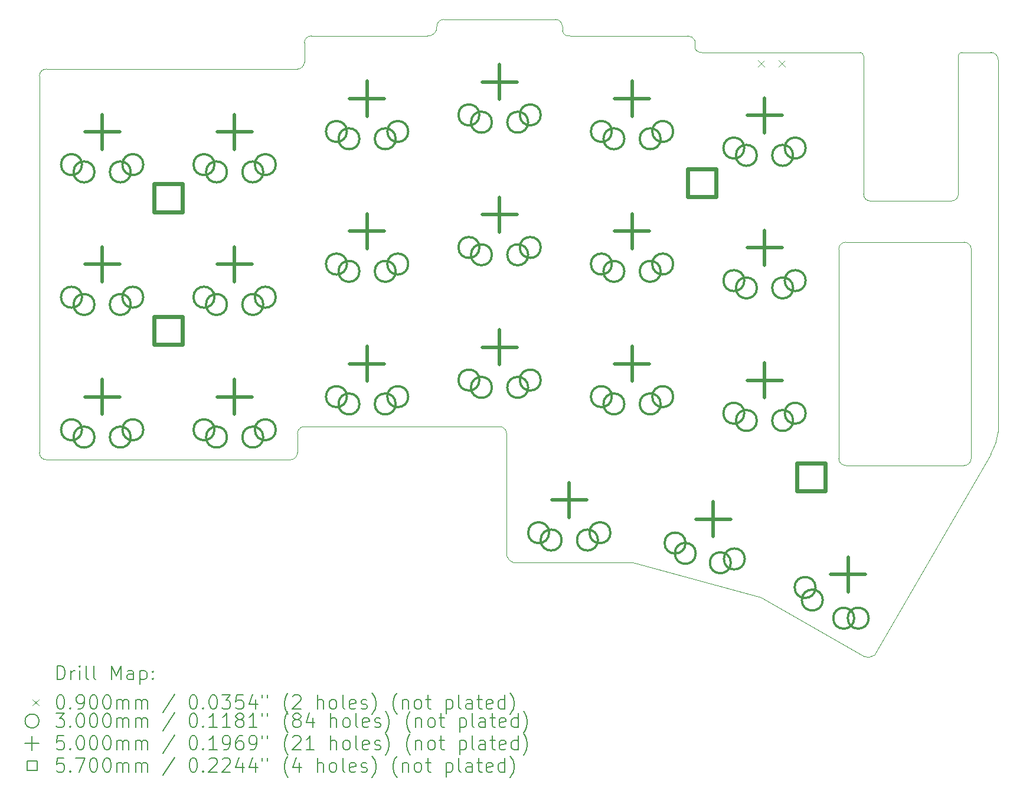
<source format=gbr>
%TF.GenerationSoftware,KiCad,Pcbnew,8.0.5*%
%TF.CreationDate,2024-10-09T02:00:27+03:00*%
%TF.ProjectId,1_3,315f332e-6b69-4636-9164-5f7063625858,rev?*%
%TF.SameCoordinates,Original*%
%TF.FileFunction,Drillmap*%
%TF.FilePolarity,Positive*%
%FSLAX45Y45*%
G04 Gerber Fmt 4.5, Leading zero omitted, Abs format (unit mm)*
G04 Created by KiCad (PCBNEW 8.0.5) date 2024-10-09 02:00:27*
%MOMM*%
%LPD*%
G01*
G04 APERTURE LIST*
%ADD10C,0.120000*%
%ADD11C,0.200000*%
%ADD12C,0.100000*%
%ADD13C,0.300000*%
%ADD14C,0.500000*%
%ADD15C,0.570000*%
G04 APERTURE END LIST*
D10*
X21196300Y-5561605D02*
X20780000Y-5561605D01*
X11350000Y-5424098D02*
G75*
G02*
X11450000Y-5324100I100000J-2D01*
G01*
X21196301Y-5561598D02*
G75*
G02*
X21300004Y-5661598I-1J-103772D01*
G01*
X11250000Y-11298385D02*
G75*
G02*
X11150000Y-11398390I-100000J-5D01*
G01*
X11150000Y-11398385D02*
X7650000Y-11399098D01*
X17050805Y-5561893D02*
G75*
G02*
X16949997Y-5490001I-10505J91893D01*
G01*
X17898000Y-13370097D02*
X16060000Y-12874097D01*
X14150000Y-10924099D02*
G75*
G02*
X14250001Y-11024099I0J-100001D01*
G01*
X13250000Y-5191125D02*
G75*
G02*
X13350000Y-5087875I100190J3015D01*
G01*
X21300000Y-5661598D02*
X21300000Y-10998200D01*
X15164850Y-5325889D02*
X16850000Y-5325889D01*
X19520000Y-14201651D02*
G75*
G02*
X19379998Y-14220004I-84530J101651D01*
G01*
X14250000Y-12770000D02*
X14250000Y-11024099D01*
X19380000Y-14220000D02*
X17898000Y-13370097D01*
X16850000Y-5325889D02*
G75*
G02*
X16950002Y-5389999I3620J-104401D01*
G01*
X11450000Y-5324098D02*
X13116350Y-5324748D01*
X17050805Y-5561893D02*
X19320000Y-5561605D01*
X7550000Y-5899098D02*
G75*
G02*
X7650000Y-5799100I100000J-2D01*
G01*
X21196300Y-11315700D02*
X19520000Y-14201651D01*
X11250000Y-11024090D02*
G75*
G02*
X11350000Y-10924090I100010J-10D01*
G01*
X15164850Y-5325889D02*
G75*
G02*
X15050003Y-5251187I-20070J94779D01*
G01*
X7550000Y-11299098D02*
X7550000Y-5899098D01*
X14350000Y-12874071D02*
G75*
G02*
X14249999Y-12770000I40130J138641D01*
G01*
X13350000Y-5087879D02*
X14950000Y-5088169D01*
X11350000Y-5699095D02*
G75*
G02*
X11250000Y-5799090I-99990J-5D01*
G01*
X16950000Y-5490000D02*
X16950000Y-5390000D01*
X11250000Y-11298385D02*
X11250000Y-11024090D01*
X14950000Y-5088169D02*
G75*
G02*
X15050001Y-5188336I-80J-100081D01*
G01*
X7650000Y-11399098D02*
G75*
G02*
X7550002Y-11299098I0J99998D01*
G01*
X7650000Y-5799098D02*
X11250000Y-5799098D01*
X16060000Y-12874097D02*
X14350000Y-12874071D01*
X13250000Y-5191125D02*
G75*
G02*
X13116350Y-5324748I-122925J-10699D01*
G01*
X15050000Y-5188336D02*
X15050000Y-5251188D01*
X14150000Y-10924099D02*
X11350000Y-10924099D01*
X11350000Y-5699095D02*
X11350000Y-5424098D01*
X21300000Y-10998200D02*
G75*
G02*
X21196299Y-11315699I-726000J61440D01*
G01*
X19014400Y-11380600D02*
X19014400Y-8380600D01*
X19114400Y-8280600D02*
X20814400Y-8280600D01*
X20814400Y-11480600D02*
X19114400Y-11480600D01*
X20914400Y-8380600D02*
X20914400Y-11380600D01*
X19014400Y-8380600D02*
G75*
G02*
X19114400Y-8280600I100005J-5D01*
G01*
X19114400Y-11480600D02*
G75*
G02*
X19014400Y-11380600I2J100002D01*
G01*
X20814400Y-8280600D02*
G75*
G02*
X20914400Y-8380600I0J-100000D01*
G01*
X20914400Y-11380600D02*
G75*
G02*
X20814400Y-11480600I-99995J-5D01*
G01*
X19370000Y-5611605D02*
X19370000Y-7591605D01*
X19470000Y-7691605D02*
X20630000Y-7691605D01*
X20730000Y-7591605D02*
X20730000Y-5611605D01*
X19320000Y-5561605D02*
G75*
G02*
X19370000Y-5611605I0J-50000D01*
G01*
X19470000Y-7691605D02*
G75*
G02*
X19370000Y-7591605I0J100000D01*
G01*
X20730000Y-5611605D02*
G75*
G02*
X20780000Y-5561605I50000J0D01*
G01*
X20730000Y-7591605D02*
G75*
G02*
X20630000Y-7691605I-100000J0D01*
G01*
D11*
D12*
X17855000Y-5674097D02*
X17945000Y-5764097D01*
X17945000Y-5674097D02*
X17855000Y-5764097D01*
X18155000Y-5674097D02*
X18245000Y-5764097D01*
X18245000Y-5674097D02*
X18155000Y-5764097D01*
D13*
X8160000Y-7169097D02*
G75*
G02*
X7860000Y-7169097I-150000J0D01*
G01*
X7860000Y-7169097D02*
G75*
G02*
X8160000Y-7169097I150000J0D01*
G01*
X8160000Y-9069097D02*
G75*
G02*
X7860000Y-9069097I-150000J0D01*
G01*
X7860000Y-9069097D02*
G75*
G02*
X8160000Y-9069097I150000J0D01*
G01*
X8160000Y-10969097D02*
G75*
G02*
X7860000Y-10969097I-150000J0D01*
G01*
X7860000Y-10969097D02*
G75*
G02*
X8160000Y-10969097I150000J0D01*
G01*
X8340000Y-7274097D02*
G75*
G02*
X8040000Y-7274097I-150000J0D01*
G01*
X8040000Y-7274097D02*
G75*
G02*
X8340000Y-7274097I150000J0D01*
G01*
X8340000Y-9174097D02*
G75*
G02*
X8040000Y-9174097I-150000J0D01*
G01*
X8040000Y-9174097D02*
G75*
G02*
X8340000Y-9174097I150000J0D01*
G01*
X8340000Y-11074097D02*
G75*
G02*
X8040000Y-11074097I-150000J0D01*
G01*
X8040000Y-11074097D02*
G75*
G02*
X8340000Y-11074097I150000J0D01*
G01*
X8860000Y-7274097D02*
G75*
G02*
X8560000Y-7274097I-150000J0D01*
G01*
X8560000Y-7274097D02*
G75*
G02*
X8860000Y-7274097I150000J0D01*
G01*
X8860000Y-9174097D02*
G75*
G02*
X8560000Y-9174097I-150000J0D01*
G01*
X8560000Y-9174097D02*
G75*
G02*
X8860000Y-9174097I150000J0D01*
G01*
X8860000Y-11074097D02*
G75*
G02*
X8560000Y-11074097I-150000J0D01*
G01*
X8560000Y-11074097D02*
G75*
G02*
X8860000Y-11074097I150000J0D01*
G01*
X9040000Y-7169097D02*
G75*
G02*
X8740000Y-7169097I-150000J0D01*
G01*
X8740000Y-7169097D02*
G75*
G02*
X9040000Y-7169097I150000J0D01*
G01*
X9040000Y-9069097D02*
G75*
G02*
X8740000Y-9069097I-150000J0D01*
G01*
X8740000Y-9069097D02*
G75*
G02*
X9040000Y-9069097I150000J0D01*
G01*
X9040000Y-10969097D02*
G75*
G02*
X8740000Y-10969097I-150000J0D01*
G01*
X8740000Y-10969097D02*
G75*
G02*
X9040000Y-10969097I150000J0D01*
G01*
X10060000Y-7169097D02*
G75*
G02*
X9760000Y-7169097I-150000J0D01*
G01*
X9760000Y-7169097D02*
G75*
G02*
X10060000Y-7169097I150000J0D01*
G01*
X10060000Y-9069097D02*
G75*
G02*
X9760000Y-9069097I-150000J0D01*
G01*
X9760000Y-9069097D02*
G75*
G02*
X10060000Y-9069097I150000J0D01*
G01*
X10060000Y-10969097D02*
G75*
G02*
X9760000Y-10969097I-150000J0D01*
G01*
X9760000Y-10969097D02*
G75*
G02*
X10060000Y-10969097I150000J0D01*
G01*
X10240000Y-7274097D02*
G75*
G02*
X9940000Y-7274097I-150000J0D01*
G01*
X9940000Y-7274097D02*
G75*
G02*
X10240000Y-7274097I150000J0D01*
G01*
X10240000Y-9174097D02*
G75*
G02*
X9940000Y-9174097I-150000J0D01*
G01*
X9940000Y-9174097D02*
G75*
G02*
X10240000Y-9174097I150000J0D01*
G01*
X10240000Y-11074097D02*
G75*
G02*
X9940000Y-11074097I-150000J0D01*
G01*
X9940000Y-11074097D02*
G75*
G02*
X10240000Y-11074097I150000J0D01*
G01*
X10760000Y-7274097D02*
G75*
G02*
X10460000Y-7274097I-150000J0D01*
G01*
X10460000Y-7274097D02*
G75*
G02*
X10760000Y-7274097I150000J0D01*
G01*
X10760000Y-9174097D02*
G75*
G02*
X10460000Y-9174097I-150000J0D01*
G01*
X10460000Y-9174097D02*
G75*
G02*
X10760000Y-9174097I150000J0D01*
G01*
X10760000Y-11074097D02*
G75*
G02*
X10460000Y-11074097I-150000J0D01*
G01*
X10460000Y-11074097D02*
G75*
G02*
X10760000Y-11074097I150000J0D01*
G01*
X10940000Y-7169097D02*
G75*
G02*
X10640000Y-7169097I-150000J0D01*
G01*
X10640000Y-7169097D02*
G75*
G02*
X10940000Y-7169097I150000J0D01*
G01*
X10940000Y-9069097D02*
G75*
G02*
X10640000Y-9069097I-150000J0D01*
G01*
X10640000Y-9069097D02*
G75*
G02*
X10940000Y-9069097I150000J0D01*
G01*
X10940000Y-10969097D02*
G75*
G02*
X10640000Y-10969097I-150000J0D01*
G01*
X10640000Y-10969097D02*
G75*
G02*
X10940000Y-10969097I150000J0D01*
G01*
X11960000Y-6694097D02*
G75*
G02*
X11660000Y-6694097I-150000J0D01*
G01*
X11660000Y-6694097D02*
G75*
G02*
X11960000Y-6694097I150000J0D01*
G01*
X11960000Y-8594097D02*
G75*
G02*
X11660000Y-8594097I-150000J0D01*
G01*
X11660000Y-8594097D02*
G75*
G02*
X11960000Y-8594097I150000J0D01*
G01*
X11960000Y-10494097D02*
G75*
G02*
X11660000Y-10494097I-150000J0D01*
G01*
X11660000Y-10494097D02*
G75*
G02*
X11960000Y-10494097I150000J0D01*
G01*
X12140000Y-6799097D02*
G75*
G02*
X11840000Y-6799097I-150000J0D01*
G01*
X11840000Y-6799097D02*
G75*
G02*
X12140000Y-6799097I150000J0D01*
G01*
X12140000Y-8699097D02*
G75*
G02*
X11840000Y-8699097I-150000J0D01*
G01*
X11840000Y-8699097D02*
G75*
G02*
X12140000Y-8699097I150000J0D01*
G01*
X12140000Y-10599097D02*
G75*
G02*
X11840000Y-10599097I-150000J0D01*
G01*
X11840000Y-10599097D02*
G75*
G02*
X12140000Y-10599097I150000J0D01*
G01*
X12660000Y-6799097D02*
G75*
G02*
X12360000Y-6799097I-150000J0D01*
G01*
X12360000Y-6799097D02*
G75*
G02*
X12660000Y-6799097I150000J0D01*
G01*
X12660000Y-8699097D02*
G75*
G02*
X12360000Y-8699097I-150000J0D01*
G01*
X12360000Y-8699097D02*
G75*
G02*
X12660000Y-8699097I150000J0D01*
G01*
X12660000Y-10599097D02*
G75*
G02*
X12360000Y-10599097I-150000J0D01*
G01*
X12360000Y-10599097D02*
G75*
G02*
X12660000Y-10599097I150000J0D01*
G01*
X12840000Y-6694097D02*
G75*
G02*
X12540000Y-6694097I-150000J0D01*
G01*
X12540000Y-6694097D02*
G75*
G02*
X12840000Y-6694097I150000J0D01*
G01*
X12840000Y-8594097D02*
G75*
G02*
X12540000Y-8594097I-150000J0D01*
G01*
X12540000Y-8594097D02*
G75*
G02*
X12840000Y-8594097I150000J0D01*
G01*
X12840000Y-10494097D02*
G75*
G02*
X12540000Y-10494097I-150000J0D01*
G01*
X12540000Y-10494097D02*
G75*
G02*
X12840000Y-10494097I150000J0D01*
G01*
X13860000Y-6456597D02*
G75*
G02*
X13560000Y-6456597I-150000J0D01*
G01*
X13560000Y-6456597D02*
G75*
G02*
X13860000Y-6456597I150000J0D01*
G01*
X13860000Y-8356597D02*
G75*
G02*
X13560000Y-8356597I-150000J0D01*
G01*
X13560000Y-8356597D02*
G75*
G02*
X13860000Y-8356597I150000J0D01*
G01*
X13860000Y-10256597D02*
G75*
G02*
X13560000Y-10256597I-150000J0D01*
G01*
X13560000Y-10256597D02*
G75*
G02*
X13860000Y-10256597I150000J0D01*
G01*
X14040000Y-6561597D02*
G75*
G02*
X13740000Y-6561597I-150000J0D01*
G01*
X13740000Y-6561597D02*
G75*
G02*
X14040000Y-6561597I150000J0D01*
G01*
X14040000Y-8461597D02*
G75*
G02*
X13740000Y-8461597I-150000J0D01*
G01*
X13740000Y-8461597D02*
G75*
G02*
X14040000Y-8461597I150000J0D01*
G01*
X14040000Y-10361597D02*
G75*
G02*
X13740000Y-10361597I-150000J0D01*
G01*
X13740000Y-10361597D02*
G75*
G02*
X14040000Y-10361597I150000J0D01*
G01*
X14560000Y-6561597D02*
G75*
G02*
X14260000Y-6561597I-150000J0D01*
G01*
X14260000Y-6561597D02*
G75*
G02*
X14560000Y-6561597I150000J0D01*
G01*
X14560000Y-8461597D02*
G75*
G02*
X14260000Y-8461597I-150000J0D01*
G01*
X14260000Y-8461597D02*
G75*
G02*
X14560000Y-8461597I150000J0D01*
G01*
X14560000Y-10361597D02*
G75*
G02*
X14260000Y-10361597I-150000J0D01*
G01*
X14260000Y-10361597D02*
G75*
G02*
X14560000Y-10361597I150000J0D01*
G01*
X14740000Y-6456597D02*
G75*
G02*
X14440000Y-6456597I-150000J0D01*
G01*
X14440000Y-6456597D02*
G75*
G02*
X14740000Y-6456597I150000J0D01*
G01*
X14740000Y-8356597D02*
G75*
G02*
X14440000Y-8356597I-150000J0D01*
G01*
X14440000Y-8356597D02*
G75*
G02*
X14740000Y-8356597I150000J0D01*
G01*
X14740000Y-10256597D02*
G75*
G02*
X14440000Y-10256597I-150000J0D01*
G01*
X14440000Y-10256597D02*
G75*
G02*
X14740000Y-10256597I150000J0D01*
G01*
X14860000Y-12444070D02*
G75*
G02*
X14560000Y-12444070I-150000J0D01*
G01*
X14560000Y-12444070D02*
G75*
G02*
X14860000Y-12444070I150000J0D01*
G01*
X15040000Y-12549070D02*
G75*
G02*
X14740000Y-12549070I-150000J0D01*
G01*
X14740000Y-12549070D02*
G75*
G02*
X15040000Y-12549070I150000J0D01*
G01*
X15560000Y-12549070D02*
G75*
G02*
X15260000Y-12549070I-150000J0D01*
G01*
X15260000Y-12549070D02*
G75*
G02*
X15560000Y-12549070I150000J0D01*
G01*
X15740000Y-12444070D02*
G75*
G02*
X15440000Y-12444070I-150000J0D01*
G01*
X15440000Y-12444070D02*
G75*
G02*
X15740000Y-12444070I150000J0D01*
G01*
X15760000Y-6694097D02*
G75*
G02*
X15460000Y-6694097I-150000J0D01*
G01*
X15460000Y-6694097D02*
G75*
G02*
X15760000Y-6694097I150000J0D01*
G01*
X15760000Y-8594097D02*
G75*
G02*
X15460000Y-8594097I-150000J0D01*
G01*
X15460000Y-8594097D02*
G75*
G02*
X15760000Y-8594097I150000J0D01*
G01*
X15760000Y-10494097D02*
G75*
G02*
X15460000Y-10494097I-150000J0D01*
G01*
X15460000Y-10494097D02*
G75*
G02*
X15760000Y-10494097I150000J0D01*
G01*
X15940000Y-6799097D02*
G75*
G02*
X15640000Y-6799097I-150000J0D01*
G01*
X15640000Y-6799097D02*
G75*
G02*
X15940000Y-6799097I150000J0D01*
G01*
X15940000Y-8699097D02*
G75*
G02*
X15640000Y-8699097I-150000J0D01*
G01*
X15640000Y-8699097D02*
G75*
G02*
X15940000Y-8699097I150000J0D01*
G01*
X15940000Y-10599097D02*
G75*
G02*
X15640000Y-10599097I-150000J0D01*
G01*
X15640000Y-10599097D02*
G75*
G02*
X15940000Y-10599097I150000J0D01*
G01*
X16460000Y-6799097D02*
G75*
G02*
X16160000Y-6799097I-150000J0D01*
G01*
X16160000Y-6799097D02*
G75*
G02*
X16460000Y-6799097I150000J0D01*
G01*
X16460000Y-8699097D02*
G75*
G02*
X16160000Y-8699097I-150000J0D01*
G01*
X16160000Y-8699097D02*
G75*
G02*
X16460000Y-8699097I150000J0D01*
G01*
X16460000Y-10599097D02*
G75*
G02*
X16160000Y-10599097I-150000J0D01*
G01*
X16160000Y-10599097D02*
G75*
G02*
X16460000Y-10599097I150000J0D01*
G01*
X16640000Y-6694097D02*
G75*
G02*
X16340000Y-6694097I-150000J0D01*
G01*
X16340000Y-6694097D02*
G75*
G02*
X16640000Y-6694097I150000J0D01*
G01*
X16640000Y-8594097D02*
G75*
G02*
X16340000Y-8594097I-150000J0D01*
G01*
X16340000Y-8594097D02*
G75*
G02*
X16640000Y-8594097I150000J0D01*
G01*
X16640000Y-10494097D02*
G75*
G02*
X16340000Y-10494097I-150000J0D01*
G01*
X16340000Y-10494097D02*
G75*
G02*
X16640000Y-10494097I150000J0D01*
G01*
X16816855Y-12592423D02*
G75*
G02*
X16516855Y-12592423I-150000J0D01*
G01*
X16516855Y-12592423D02*
G75*
G02*
X16816855Y-12592423I150000J0D01*
G01*
X16963546Y-12740433D02*
G75*
G02*
X16663546Y-12740433I-150000J0D01*
G01*
X16663546Y-12740433D02*
G75*
G02*
X16963546Y-12740433I150000J0D01*
G01*
X17465827Y-12875019D02*
G75*
G02*
X17165827Y-12875019I-150000J0D01*
G01*
X17165827Y-12875019D02*
G75*
G02*
X17465827Y-12875019I150000J0D01*
G01*
X17660000Y-6931597D02*
G75*
G02*
X17360000Y-6931597I-150000J0D01*
G01*
X17360000Y-6931597D02*
G75*
G02*
X17660000Y-6931597I150000J0D01*
G01*
X17660000Y-8831597D02*
G75*
G02*
X17360000Y-8831597I-150000J0D01*
G01*
X17360000Y-8831597D02*
G75*
G02*
X17660000Y-8831597I150000J0D01*
G01*
X17660000Y-10731597D02*
G75*
G02*
X17360000Y-10731597I-150000J0D01*
G01*
X17360000Y-10731597D02*
G75*
G02*
X17660000Y-10731597I150000J0D01*
G01*
X17666870Y-12820184D02*
G75*
G02*
X17366870Y-12820184I-150000J0D01*
G01*
X17366870Y-12820184D02*
G75*
G02*
X17666870Y-12820184I150000J0D01*
G01*
X17840000Y-7036597D02*
G75*
G02*
X17540000Y-7036597I-150000J0D01*
G01*
X17540000Y-7036597D02*
G75*
G02*
X17840000Y-7036597I150000J0D01*
G01*
X17840000Y-8936597D02*
G75*
G02*
X17540000Y-8936597I-150000J0D01*
G01*
X17540000Y-8936597D02*
G75*
G02*
X17840000Y-8936597I150000J0D01*
G01*
X17840000Y-10836597D02*
G75*
G02*
X17540000Y-10836597I-150000J0D01*
G01*
X17540000Y-10836597D02*
G75*
G02*
X17840000Y-10836597I150000J0D01*
G01*
X18360000Y-7036597D02*
G75*
G02*
X18060000Y-7036597I-150000J0D01*
G01*
X18060000Y-7036597D02*
G75*
G02*
X18360000Y-7036597I150000J0D01*
G01*
X18360000Y-8936597D02*
G75*
G02*
X18060000Y-8936597I-150000J0D01*
G01*
X18060000Y-8936597D02*
G75*
G02*
X18360000Y-8936597I150000J0D01*
G01*
X18360000Y-10836597D02*
G75*
G02*
X18060000Y-10836597I-150000J0D01*
G01*
X18060000Y-10836597D02*
G75*
G02*
X18360000Y-10836597I150000J0D01*
G01*
X18540000Y-6931597D02*
G75*
G02*
X18240000Y-6931597I-150000J0D01*
G01*
X18240000Y-6931597D02*
G75*
G02*
X18540000Y-6931597I150000J0D01*
G01*
X18540000Y-8831597D02*
G75*
G02*
X18240000Y-8831597I-150000J0D01*
G01*
X18240000Y-8831597D02*
G75*
G02*
X18540000Y-8831597I150000J0D01*
G01*
X18540000Y-10731597D02*
G75*
G02*
X18240000Y-10731597I-150000J0D01*
G01*
X18240000Y-10731597D02*
G75*
G02*
X18540000Y-10731597I150000J0D01*
G01*
X18681675Y-13228949D02*
G75*
G02*
X18381675Y-13228949I-150000J0D01*
G01*
X18381675Y-13228949D02*
G75*
G02*
X18681675Y-13228949I150000J0D01*
G01*
X18785060Y-13409882D02*
G75*
G02*
X18485060Y-13409882I-150000J0D01*
G01*
X18485060Y-13409882D02*
G75*
G02*
X18785060Y-13409882I150000J0D01*
G01*
X19235393Y-13669882D02*
G75*
G02*
X18935393Y-13669882I-150000J0D01*
G01*
X18935393Y-13669882D02*
G75*
G02*
X19235393Y-13669882I150000J0D01*
G01*
X19443778Y-13668949D02*
G75*
G02*
X19143778Y-13668949I-150000J0D01*
G01*
X19143778Y-13668949D02*
G75*
G02*
X19443778Y-13668949I150000J0D01*
G01*
D14*
X8450000Y-6449097D02*
X8450000Y-6949097D01*
X8200000Y-6699097D02*
X8700000Y-6699097D01*
X8450000Y-8349097D02*
X8450000Y-8849097D01*
X8200000Y-8599097D02*
X8700000Y-8599097D01*
X8450000Y-10249097D02*
X8450000Y-10749097D01*
X8200000Y-10499097D02*
X8700000Y-10499097D01*
X10350000Y-6449097D02*
X10350000Y-6949097D01*
X10100000Y-6699097D02*
X10600000Y-6699097D01*
X10350000Y-8349097D02*
X10350000Y-8849097D01*
X10100000Y-8599097D02*
X10600000Y-8599097D01*
X10350000Y-10249097D02*
X10350000Y-10749097D01*
X10100000Y-10499097D02*
X10600000Y-10499097D01*
X12250000Y-5974097D02*
X12250000Y-6474097D01*
X12000000Y-6224097D02*
X12500000Y-6224097D01*
X12250000Y-7874097D02*
X12250000Y-8374097D01*
X12000000Y-8124097D02*
X12500000Y-8124097D01*
X12250000Y-9774097D02*
X12250000Y-10274097D01*
X12000000Y-10024097D02*
X12500000Y-10024097D01*
X14150000Y-5736597D02*
X14150000Y-6236597D01*
X13900000Y-5986597D02*
X14400000Y-5986597D01*
X14150000Y-7636597D02*
X14150000Y-8136597D01*
X13900000Y-7886597D02*
X14400000Y-7886597D01*
X14150000Y-9536597D02*
X14150000Y-10036597D01*
X13900000Y-9786597D02*
X14400000Y-9786597D01*
X15150000Y-11724070D02*
X15150000Y-12224070D01*
X14900000Y-11974070D02*
X15400000Y-11974070D01*
X16050000Y-5974097D02*
X16050000Y-6474097D01*
X15800000Y-6224097D02*
X16300000Y-6224097D01*
X16050000Y-7874097D02*
X16050000Y-8374097D01*
X15800000Y-8124097D02*
X16300000Y-8124097D01*
X16050000Y-9774097D02*
X16050000Y-10274097D01*
X15800000Y-10024097D02*
X16300000Y-10024097D01*
X17213508Y-12002319D02*
X17213508Y-12502319D01*
X16963508Y-12252319D02*
X17463508Y-12252319D01*
X17950000Y-6211597D02*
X17950000Y-6711597D01*
X17700000Y-6461597D02*
X18200000Y-6461597D01*
X17950000Y-8111597D02*
X17950000Y-8611597D01*
X17700000Y-8361597D02*
X18200000Y-8361597D01*
X17950000Y-10011597D02*
X17950000Y-10511597D01*
X17700000Y-10261597D02*
X18200000Y-10261597D01*
X19147726Y-12791917D02*
X19147726Y-13291917D01*
X18897726Y-13041917D02*
X19397726Y-13041917D01*
D15*
X9601527Y-7850624D02*
X9601527Y-7447570D01*
X9198473Y-7447570D01*
X9198473Y-7850624D01*
X9601527Y-7850624D01*
X9601527Y-9750624D02*
X9601527Y-9347570D01*
X9198473Y-9347570D01*
X9198473Y-9750624D01*
X9601527Y-9750624D01*
X17251527Y-7631527D02*
X17251527Y-7228473D01*
X16848473Y-7228473D01*
X16848473Y-7631527D01*
X17251527Y-7631527D01*
X18819743Y-11847841D02*
X18819743Y-11444786D01*
X18416688Y-11444786D01*
X18416688Y-11847841D01*
X18819743Y-11847841D01*
D11*
X7804777Y-14549689D02*
X7804777Y-14349689D01*
X7804777Y-14349689D02*
X7852396Y-14349689D01*
X7852396Y-14349689D02*
X7880967Y-14359213D01*
X7880967Y-14359213D02*
X7900015Y-14378260D01*
X7900015Y-14378260D02*
X7909539Y-14397308D01*
X7909539Y-14397308D02*
X7919062Y-14435403D01*
X7919062Y-14435403D02*
X7919062Y-14463975D01*
X7919062Y-14463975D02*
X7909539Y-14502070D01*
X7909539Y-14502070D02*
X7900015Y-14521117D01*
X7900015Y-14521117D02*
X7880967Y-14540165D01*
X7880967Y-14540165D02*
X7852396Y-14549689D01*
X7852396Y-14549689D02*
X7804777Y-14549689D01*
X8004777Y-14549689D02*
X8004777Y-14416356D01*
X8004777Y-14454451D02*
X8014301Y-14435403D01*
X8014301Y-14435403D02*
X8023824Y-14425879D01*
X8023824Y-14425879D02*
X8042872Y-14416356D01*
X8042872Y-14416356D02*
X8061920Y-14416356D01*
X8128586Y-14549689D02*
X8128586Y-14416356D01*
X8128586Y-14349689D02*
X8119062Y-14359213D01*
X8119062Y-14359213D02*
X8128586Y-14368737D01*
X8128586Y-14368737D02*
X8138110Y-14359213D01*
X8138110Y-14359213D02*
X8128586Y-14349689D01*
X8128586Y-14349689D02*
X8128586Y-14368737D01*
X8252396Y-14549689D02*
X8233348Y-14540165D01*
X8233348Y-14540165D02*
X8223824Y-14521117D01*
X8223824Y-14521117D02*
X8223824Y-14349689D01*
X8357158Y-14549689D02*
X8338110Y-14540165D01*
X8338110Y-14540165D02*
X8328586Y-14521117D01*
X8328586Y-14521117D02*
X8328586Y-14349689D01*
X8585729Y-14549689D02*
X8585729Y-14349689D01*
X8585729Y-14349689D02*
X8652396Y-14492546D01*
X8652396Y-14492546D02*
X8719063Y-14349689D01*
X8719063Y-14349689D02*
X8719063Y-14549689D01*
X8900015Y-14549689D02*
X8900015Y-14444927D01*
X8900015Y-14444927D02*
X8890491Y-14425879D01*
X8890491Y-14425879D02*
X8871444Y-14416356D01*
X8871444Y-14416356D02*
X8833348Y-14416356D01*
X8833348Y-14416356D02*
X8814301Y-14425879D01*
X8900015Y-14540165D02*
X8880967Y-14549689D01*
X8880967Y-14549689D02*
X8833348Y-14549689D01*
X8833348Y-14549689D02*
X8814301Y-14540165D01*
X8814301Y-14540165D02*
X8804777Y-14521117D01*
X8804777Y-14521117D02*
X8804777Y-14502070D01*
X8804777Y-14502070D02*
X8814301Y-14483022D01*
X8814301Y-14483022D02*
X8833348Y-14473498D01*
X8833348Y-14473498D02*
X8880967Y-14473498D01*
X8880967Y-14473498D02*
X8900015Y-14463975D01*
X8995253Y-14416356D02*
X8995253Y-14616356D01*
X8995253Y-14425879D02*
X9014301Y-14416356D01*
X9014301Y-14416356D02*
X9052396Y-14416356D01*
X9052396Y-14416356D02*
X9071444Y-14425879D01*
X9071444Y-14425879D02*
X9080967Y-14435403D01*
X9080967Y-14435403D02*
X9090491Y-14454451D01*
X9090491Y-14454451D02*
X9090491Y-14511594D01*
X9090491Y-14511594D02*
X9080967Y-14530641D01*
X9080967Y-14530641D02*
X9071444Y-14540165D01*
X9071444Y-14540165D02*
X9052396Y-14549689D01*
X9052396Y-14549689D02*
X9014301Y-14549689D01*
X9014301Y-14549689D02*
X8995253Y-14540165D01*
X9176205Y-14530641D02*
X9185729Y-14540165D01*
X9185729Y-14540165D02*
X9176205Y-14549689D01*
X9176205Y-14549689D02*
X9166682Y-14540165D01*
X9166682Y-14540165D02*
X9176205Y-14530641D01*
X9176205Y-14530641D02*
X9176205Y-14549689D01*
X9176205Y-14425879D02*
X9185729Y-14435403D01*
X9185729Y-14435403D02*
X9176205Y-14444927D01*
X9176205Y-14444927D02*
X9166682Y-14435403D01*
X9166682Y-14435403D02*
X9176205Y-14425879D01*
X9176205Y-14425879D02*
X9176205Y-14444927D01*
D12*
X7454000Y-14833205D02*
X7544000Y-14923205D01*
X7544000Y-14833205D02*
X7454000Y-14923205D01*
D11*
X7842872Y-14769689D02*
X7861920Y-14769689D01*
X7861920Y-14769689D02*
X7880967Y-14779213D01*
X7880967Y-14779213D02*
X7890491Y-14788737D01*
X7890491Y-14788737D02*
X7900015Y-14807784D01*
X7900015Y-14807784D02*
X7909539Y-14845879D01*
X7909539Y-14845879D02*
X7909539Y-14893498D01*
X7909539Y-14893498D02*
X7900015Y-14931594D01*
X7900015Y-14931594D02*
X7890491Y-14950641D01*
X7890491Y-14950641D02*
X7880967Y-14960165D01*
X7880967Y-14960165D02*
X7861920Y-14969689D01*
X7861920Y-14969689D02*
X7842872Y-14969689D01*
X7842872Y-14969689D02*
X7823824Y-14960165D01*
X7823824Y-14960165D02*
X7814301Y-14950641D01*
X7814301Y-14950641D02*
X7804777Y-14931594D01*
X7804777Y-14931594D02*
X7795253Y-14893498D01*
X7795253Y-14893498D02*
X7795253Y-14845879D01*
X7795253Y-14845879D02*
X7804777Y-14807784D01*
X7804777Y-14807784D02*
X7814301Y-14788737D01*
X7814301Y-14788737D02*
X7823824Y-14779213D01*
X7823824Y-14779213D02*
X7842872Y-14769689D01*
X7995253Y-14950641D02*
X8004777Y-14960165D01*
X8004777Y-14960165D02*
X7995253Y-14969689D01*
X7995253Y-14969689D02*
X7985729Y-14960165D01*
X7985729Y-14960165D02*
X7995253Y-14950641D01*
X7995253Y-14950641D02*
X7995253Y-14969689D01*
X8100015Y-14969689D02*
X8138110Y-14969689D01*
X8138110Y-14969689D02*
X8157158Y-14960165D01*
X8157158Y-14960165D02*
X8166682Y-14950641D01*
X8166682Y-14950641D02*
X8185729Y-14922070D01*
X8185729Y-14922070D02*
X8195253Y-14883975D01*
X8195253Y-14883975D02*
X8195253Y-14807784D01*
X8195253Y-14807784D02*
X8185729Y-14788737D01*
X8185729Y-14788737D02*
X8176205Y-14779213D01*
X8176205Y-14779213D02*
X8157158Y-14769689D01*
X8157158Y-14769689D02*
X8119062Y-14769689D01*
X8119062Y-14769689D02*
X8100015Y-14779213D01*
X8100015Y-14779213D02*
X8090491Y-14788737D01*
X8090491Y-14788737D02*
X8080967Y-14807784D01*
X8080967Y-14807784D02*
X8080967Y-14855403D01*
X8080967Y-14855403D02*
X8090491Y-14874451D01*
X8090491Y-14874451D02*
X8100015Y-14883975D01*
X8100015Y-14883975D02*
X8119062Y-14893498D01*
X8119062Y-14893498D02*
X8157158Y-14893498D01*
X8157158Y-14893498D02*
X8176205Y-14883975D01*
X8176205Y-14883975D02*
X8185729Y-14874451D01*
X8185729Y-14874451D02*
X8195253Y-14855403D01*
X8319062Y-14769689D02*
X8338110Y-14769689D01*
X8338110Y-14769689D02*
X8357158Y-14779213D01*
X8357158Y-14779213D02*
X8366682Y-14788737D01*
X8366682Y-14788737D02*
X8376205Y-14807784D01*
X8376205Y-14807784D02*
X8385729Y-14845879D01*
X8385729Y-14845879D02*
X8385729Y-14893498D01*
X8385729Y-14893498D02*
X8376205Y-14931594D01*
X8376205Y-14931594D02*
X8366682Y-14950641D01*
X8366682Y-14950641D02*
X8357158Y-14960165D01*
X8357158Y-14960165D02*
X8338110Y-14969689D01*
X8338110Y-14969689D02*
X8319062Y-14969689D01*
X8319062Y-14969689D02*
X8300015Y-14960165D01*
X8300015Y-14960165D02*
X8290491Y-14950641D01*
X8290491Y-14950641D02*
X8280967Y-14931594D01*
X8280967Y-14931594D02*
X8271443Y-14893498D01*
X8271443Y-14893498D02*
X8271443Y-14845879D01*
X8271443Y-14845879D02*
X8280967Y-14807784D01*
X8280967Y-14807784D02*
X8290491Y-14788737D01*
X8290491Y-14788737D02*
X8300015Y-14779213D01*
X8300015Y-14779213D02*
X8319062Y-14769689D01*
X8509539Y-14769689D02*
X8528586Y-14769689D01*
X8528586Y-14769689D02*
X8547634Y-14779213D01*
X8547634Y-14779213D02*
X8557158Y-14788737D01*
X8557158Y-14788737D02*
X8566682Y-14807784D01*
X8566682Y-14807784D02*
X8576205Y-14845879D01*
X8576205Y-14845879D02*
X8576205Y-14893498D01*
X8576205Y-14893498D02*
X8566682Y-14931594D01*
X8566682Y-14931594D02*
X8557158Y-14950641D01*
X8557158Y-14950641D02*
X8547634Y-14960165D01*
X8547634Y-14960165D02*
X8528586Y-14969689D01*
X8528586Y-14969689D02*
X8509539Y-14969689D01*
X8509539Y-14969689D02*
X8490491Y-14960165D01*
X8490491Y-14960165D02*
X8480967Y-14950641D01*
X8480967Y-14950641D02*
X8471444Y-14931594D01*
X8471444Y-14931594D02*
X8461920Y-14893498D01*
X8461920Y-14893498D02*
X8461920Y-14845879D01*
X8461920Y-14845879D02*
X8471444Y-14807784D01*
X8471444Y-14807784D02*
X8480967Y-14788737D01*
X8480967Y-14788737D02*
X8490491Y-14779213D01*
X8490491Y-14779213D02*
X8509539Y-14769689D01*
X8661920Y-14969689D02*
X8661920Y-14836356D01*
X8661920Y-14855403D02*
X8671444Y-14845879D01*
X8671444Y-14845879D02*
X8690491Y-14836356D01*
X8690491Y-14836356D02*
X8719063Y-14836356D01*
X8719063Y-14836356D02*
X8738110Y-14845879D01*
X8738110Y-14845879D02*
X8747634Y-14864927D01*
X8747634Y-14864927D02*
X8747634Y-14969689D01*
X8747634Y-14864927D02*
X8757158Y-14845879D01*
X8757158Y-14845879D02*
X8776205Y-14836356D01*
X8776205Y-14836356D02*
X8804777Y-14836356D01*
X8804777Y-14836356D02*
X8823825Y-14845879D01*
X8823825Y-14845879D02*
X8833348Y-14864927D01*
X8833348Y-14864927D02*
X8833348Y-14969689D01*
X8928586Y-14969689D02*
X8928586Y-14836356D01*
X8928586Y-14855403D02*
X8938110Y-14845879D01*
X8938110Y-14845879D02*
X8957158Y-14836356D01*
X8957158Y-14836356D02*
X8985729Y-14836356D01*
X8985729Y-14836356D02*
X9004777Y-14845879D01*
X9004777Y-14845879D02*
X9014301Y-14864927D01*
X9014301Y-14864927D02*
X9014301Y-14969689D01*
X9014301Y-14864927D02*
X9023825Y-14845879D01*
X9023825Y-14845879D02*
X9042872Y-14836356D01*
X9042872Y-14836356D02*
X9071444Y-14836356D01*
X9071444Y-14836356D02*
X9090491Y-14845879D01*
X9090491Y-14845879D02*
X9100015Y-14864927D01*
X9100015Y-14864927D02*
X9100015Y-14969689D01*
X9490491Y-14760165D02*
X9319063Y-15017308D01*
X9747634Y-14769689D02*
X9766682Y-14769689D01*
X9766682Y-14769689D02*
X9785729Y-14779213D01*
X9785729Y-14779213D02*
X9795253Y-14788737D01*
X9795253Y-14788737D02*
X9804777Y-14807784D01*
X9804777Y-14807784D02*
X9814301Y-14845879D01*
X9814301Y-14845879D02*
X9814301Y-14893498D01*
X9814301Y-14893498D02*
X9804777Y-14931594D01*
X9804777Y-14931594D02*
X9795253Y-14950641D01*
X9795253Y-14950641D02*
X9785729Y-14960165D01*
X9785729Y-14960165D02*
X9766682Y-14969689D01*
X9766682Y-14969689D02*
X9747634Y-14969689D01*
X9747634Y-14969689D02*
X9728587Y-14960165D01*
X9728587Y-14960165D02*
X9719063Y-14950641D01*
X9719063Y-14950641D02*
X9709539Y-14931594D01*
X9709539Y-14931594D02*
X9700015Y-14893498D01*
X9700015Y-14893498D02*
X9700015Y-14845879D01*
X9700015Y-14845879D02*
X9709539Y-14807784D01*
X9709539Y-14807784D02*
X9719063Y-14788737D01*
X9719063Y-14788737D02*
X9728587Y-14779213D01*
X9728587Y-14779213D02*
X9747634Y-14769689D01*
X9900015Y-14950641D02*
X9909539Y-14960165D01*
X9909539Y-14960165D02*
X9900015Y-14969689D01*
X9900015Y-14969689D02*
X9890491Y-14960165D01*
X9890491Y-14960165D02*
X9900015Y-14950641D01*
X9900015Y-14950641D02*
X9900015Y-14969689D01*
X10033348Y-14769689D02*
X10052396Y-14769689D01*
X10052396Y-14769689D02*
X10071444Y-14779213D01*
X10071444Y-14779213D02*
X10080968Y-14788737D01*
X10080968Y-14788737D02*
X10090491Y-14807784D01*
X10090491Y-14807784D02*
X10100015Y-14845879D01*
X10100015Y-14845879D02*
X10100015Y-14893498D01*
X10100015Y-14893498D02*
X10090491Y-14931594D01*
X10090491Y-14931594D02*
X10080968Y-14950641D01*
X10080968Y-14950641D02*
X10071444Y-14960165D01*
X10071444Y-14960165D02*
X10052396Y-14969689D01*
X10052396Y-14969689D02*
X10033348Y-14969689D01*
X10033348Y-14969689D02*
X10014301Y-14960165D01*
X10014301Y-14960165D02*
X10004777Y-14950641D01*
X10004777Y-14950641D02*
X9995253Y-14931594D01*
X9995253Y-14931594D02*
X9985729Y-14893498D01*
X9985729Y-14893498D02*
X9985729Y-14845879D01*
X9985729Y-14845879D02*
X9995253Y-14807784D01*
X9995253Y-14807784D02*
X10004777Y-14788737D01*
X10004777Y-14788737D02*
X10014301Y-14779213D01*
X10014301Y-14779213D02*
X10033348Y-14769689D01*
X10166682Y-14769689D02*
X10290491Y-14769689D01*
X10290491Y-14769689D02*
X10223825Y-14845879D01*
X10223825Y-14845879D02*
X10252396Y-14845879D01*
X10252396Y-14845879D02*
X10271444Y-14855403D01*
X10271444Y-14855403D02*
X10280968Y-14864927D01*
X10280968Y-14864927D02*
X10290491Y-14883975D01*
X10290491Y-14883975D02*
X10290491Y-14931594D01*
X10290491Y-14931594D02*
X10280968Y-14950641D01*
X10280968Y-14950641D02*
X10271444Y-14960165D01*
X10271444Y-14960165D02*
X10252396Y-14969689D01*
X10252396Y-14969689D02*
X10195253Y-14969689D01*
X10195253Y-14969689D02*
X10176206Y-14960165D01*
X10176206Y-14960165D02*
X10166682Y-14950641D01*
X10471444Y-14769689D02*
X10376206Y-14769689D01*
X10376206Y-14769689D02*
X10366682Y-14864927D01*
X10366682Y-14864927D02*
X10376206Y-14855403D01*
X10376206Y-14855403D02*
X10395253Y-14845879D01*
X10395253Y-14845879D02*
X10442872Y-14845879D01*
X10442872Y-14845879D02*
X10461920Y-14855403D01*
X10461920Y-14855403D02*
X10471444Y-14864927D01*
X10471444Y-14864927D02*
X10480968Y-14883975D01*
X10480968Y-14883975D02*
X10480968Y-14931594D01*
X10480968Y-14931594D02*
X10471444Y-14950641D01*
X10471444Y-14950641D02*
X10461920Y-14960165D01*
X10461920Y-14960165D02*
X10442872Y-14969689D01*
X10442872Y-14969689D02*
X10395253Y-14969689D01*
X10395253Y-14969689D02*
X10376206Y-14960165D01*
X10376206Y-14960165D02*
X10366682Y-14950641D01*
X10652396Y-14836356D02*
X10652396Y-14969689D01*
X10604777Y-14760165D02*
X10557158Y-14903022D01*
X10557158Y-14903022D02*
X10680968Y-14903022D01*
X10747634Y-14769689D02*
X10747634Y-14807784D01*
X10823825Y-14769689D02*
X10823825Y-14807784D01*
X11119063Y-15045879D02*
X11109539Y-15036356D01*
X11109539Y-15036356D02*
X11090491Y-15007784D01*
X11090491Y-15007784D02*
X11080968Y-14988737D01*
X11080968Y-14988737D02*
X11071444Y-14960165D01*
X11071444Y-14960165D02*
X11061920Y-14912546D01*
X11061920Y-14912546D02*
X11061920Y-14874451D01*
X11061920Y-14874451D02*
X11071444Y-14826832D01*
X11071444Y-14826832D02*
X11080968Y-14798260D01*
X11080968Y-14798260D02*
X11090491Y-14779213D01*
X11090491Y-14779213D02*
X11109539Y-14750641D01*
X11109539Y-14750641D02*
X11119063Y-14741117D01*
X11185729Y-14788737D02*
X11195253Y-14779213D01*
X11195253Y-14779213D02*
X11214301Y-14769689D01*
X11214301Y-14769689D02*
X11261920Y-14769689D01*
X11261920Y-14769689D02*
X11280968Y-14779213D01*
X11280968Y-14779213D02*
X11290491Y-14788737D01*
X11290491Y-14788737D02*
X11300015Y-14807784D01*
X11300015Y-14807784D02*
X11300015Y-14826832D01*
X11300015Y-14826832D02*
X11290491Y-14855403D01*
X11290491Y-14855403D02*
X11176206Y-14969689D01*
X11176206Y-14969689D02*
X11300015Y-14969689D01*
X11538110Y-14969689D02*
X11538110Y-14769689D01*
X11623825Y-14969689D02*
X11623825Y-14864927D01*
X11623825Y-14864927D02*
X11614301Y-14845879D01*
X11614301Y-14845879D02*
X11595253Y-14836356D01*
X11595253Y-14836356D02*
X11566682Y-14836356D01*
X11566682Y-14836356D02*
X11547634Y-14845879D01*
X11547634Y-14845879D02*
X11538110Y-14855403D01*
X11747634Y-14969689D02*
X11728587Y-14960165D01*
X11728587Y-14960165D02*
X11719063Y-14950641D01*
X11719063Y-14950641D02*
X11709539Y-14931594D01*
X11709539Y-14931594D02*
X11709539Y-14874451D01*
X11709539Y-14874451D02*
X11719063Y-14855403D01*
X11719063Y-14855403D02*
X11728587Y-14845879D01*
X11728587Y-14845879D02*
X11747634Y-14836356D01*
X11747634Y-14836356D02*
X11776206Y-14836356D01*
X11776206Y-14836356D02*
X11795253Y-14845879D01*
X11795253Y-14845879D02*
X11804777Y-14855403D01*
X11804777Y-14855403D02*
X11814301Y-14874451D01*
X11814301Y-14874451D02*
X11814301Y-14931594D01*
X11814301Y-14931594D02*
X11804777Y-14950641D01*
X11804777Y-14950641D02*
X11795253Y-14960165D01*
X11795253Y-14960165D02*
X11776206Y-14969689D01*
X11776206Y-14969689D02*
X11747634Y-14969689D01*
X11928587Y-14969689D02*
X11909539Y-14960165D01*
X11909539Y-14960165D02*
X11900015Y-14941117D01*
X11900015Y-14941117D02*
X11900015Y-14769689D01*
X12080968Y-14960165D02*
X12061920Y-14969689D01*
X12061920Y-14969689D02*
X12023825Y-14969689D01*
X12023825Y-14969689D02*
X12004777Y-14960165D01*
X12004777Y-14960165D02*
X11995253Y-14941117D01*
X11995253Y-14941117D02*
X11995253Y-14864927D01*
X11995253Y-14864927D02*
X12004777Y-14845879D01*
X12004777Y-14845879D02*
X12023825Y-14836356D01*
X12023825Y-14836356D02*
X12061920Y-14836356D01*
X12061920Y-14836356D02*
X12080968Y-14845879D01*
X12080968Y-14845879D02*
X12090491Y-14864927D01*
X12090491Y-14864927D02*
X12090491Y-14883975D01*
X12090491Y-14883975D02*
X11995253Y-14903022D01*
X12166682Y-14960165D02*
X12185730Y-14969689D01*
X12185730Y-14969689D02*
X12223825Y-14969689D01*
X12223825Y-14969689D02*
X12242872Y-14960165D01*
X12242872Y-14960165D02*
X12252396Y-14941117D01*
X12252396Y-14941117D02*
X12252396Y-14931594D01*
X12252396Y-14931594D02*
X12242872Y-14912546D01*
X12242872Y-14912546D02*
X12223825Y-14903022D01*
X12223825Y-14903022D02*
X12195253Y-14903022D01*
X12195253Y-14903022D02*
X12176206Y-14893498D01*
X12176206Y-14893498D02*
X12166682Y-14874451D01*
X12166682Y-14874451D02*
X12166682Y-14864927D01*
X12166682Y-14864927D02*
X12176206Y-14845879D01*
X12176206Y-14845879D02*
X12195253Y-14836356D01*
X12195253Y-14836356D02*
X12223825Y-14836356D01*
X12223825Y-14836356D02*
X12242872Y-14845879D01*
X12319063Y-15045879D02*
X12328587Y-15036356D01*
X12328587Y-15036356D02*
X12347634Y-15007784D01*
X12347634Y-15007784D02*
X12357158Y-14988737D01*
X12357158Y-14988737D02*
X12366682Y-14960165D01*
X12366682Y-14960165D02*
X12376206Y-14912546D01*
X12376206Y-14912546D02*
X12376206Y-14874451D01*
X12376206Y-14874451D02*
X12366682Y-14826832D01*
X12366682Y-14826832D02*
X12357158Y-14798260D01*
X12357158Y-14798260D02*
X12347634Y-14779213D01*
X12347634Y-14779213D02*
X12328587Y-14750641D01*
X12328587Y-14750641D02*
X12319063Y-14741117D01*
X12680968Y-15045879D02*
X12671444Y-15036356D01*
X12671444Y-15036356D02*
X12652396Y-15007784D01*
X12652396Y-15007784D02*
X12642872Y-14988737D01*
X12642872Y-14988737D02*
X12633349Y-14960165D01*
X12633349Y-14960165D02*
X12623825Y-14912546D01*
X12623825Y-14912546D02*
X12623825Y-14874451D01*
X12623825Y-14874451D02*
X12633349Y-14826832D01*
X12633349Y-14826832D02*
X12642872Y-14798260D01*
X12642872Y-14798260D02*
X12652396Y-14779213D01*
X12652396Y-14779213D02*
X12671444Y-14750641D01*
X12671444Y-14750641D02*
X12680968Y-14741117D01*
X12757158Y-14836356D02*
X12757158Y-14969689D01*
X12757158Y-14855403D02*
X12766682Y-14845879D01*
X12766682Y-14845879D02*
X12785730Y-14836356D01*
X12785730Y-14836356D02*
X12814301Y-14836356D01*
X12814301Y-14836356D02*
X12833349Y-14845879D01*
X12833349Y-14845879D02*
X12842872Y-14864927D01*
X12842872Y-14864927D02*
X12842872Y-14969689D01*
X12966682Y-14969689D02*
X12947634Y-14960165D01*
X12947634Y-14960165D02*
X12938111Y-14950641D01*
X12938111Y-14950641D02*
X12928587Y-14931594D01*
X12928587Y-14931594D02*
X12928587Y-14874451D01*
X12928587Y-14874451D02*
X12938111Y-14855403D01*
X12938111Y-14855403D02*
X12947634Y-14845879D01*
X12947634Y-14845879D02*
X12966682Y-14836356D01*
X12966682Y-14836356D02*
X12995253Y-14836356D01*
X12995253Y-14836356D02*
X13014301Y-14845879D01*
X13014301Y-14845879D02*
X13023825Y-14855403D01*
X13023825Y-14855403D02*
X13033349Y-14874451D01*
X13033349Y-14874451D02*
X13033349Y-14931594D01*
X13033349Y-14931594D02*
X13023825Y-14950641D01*
X13023825Y-14950641D02*
X13014301Y-14960165D01*
X13014301Y-14960165D02*
X12995253Y-14969689D01*
X12995253Y-14969689D02*
X12966682Y-14969689D01*
X13090492Y-14836356D02*
X13166682Y-14836356D01*
X13119063Y-14769689D02*
X13119063Y-14941117D01*
X13119063Y-14941117D02*
X13128587Y-14960165D01*
X13128587Y-14960165D02*
X13147634Y-14969689D01*
X13147634Y-14969689D02*
X13166682Y-14969689D01*
X13385730Y-14836356D02*
X13385730Y-15036356D01*
X13385730Y-14845879D02*
X13404777Y-14836356D01*
X13404777Y-14836356D02*
X13442873Y-14836356D01*
X13442873Y-14836356D02*
X13461920Y-14845879D01*
X13461920Y-14845879D02*
X13471444Y-14855403D01*
X13471444Y-14855403D02*
X13480968Y-14874451D01*
X13480968Y-14874451D02*
X13480968Y-14931594D01*
X13480968Y-14931594D02*
X13471444Y-14950641D01*
X13471444Y-14950641D02*
X13461920Y-14960165D01*
X13461920Y-14960165D02*
X13442873Y-14969689D01*
X13442873Y-14969689D02*
X13404777Y-14969689D01*
X13404777Y-14969689D02*
X13385730Y-14960165D01*
X13595253Y-14969689D02*
X13576206Y-14960165D01*
X13576206Y-14960165D02*
X13566682Y-14941117D01*
X13566682Y-14941117D02*
X13566682Y-14769689D01*
X13757158Y-14969689D02*
X13757158Y-14864927D01*
X13757158Y-14864927D02*
X13747634Y-14845879D01*
X13747634Y-14845879D02*
X13728587Y-14836356D01*
X13728587Y-14836356D02*
X13690492Y-14836356D01*
X13690492Y-14836356D02*
X13671444Y-14845879D01*
X13757158Y-14960165D02*
X13738111Y-14969689D01*
X13738111Y-14969689D02*
X13690492Y-14969689D01*
X13690492Y-14969689D02*
X13671444Y-14960165D01*
X13671444Y-14960165D02*
X13661920Y-14941117D01*
X13661920Y-14941117D02*
X13661920Y-14922070D01*
X13661920Y-14922070D02*
X13671444Y-14903022D01*
X13671444Y-14903022D02*
X13690492Y-14893498D01*
X13690492Y-14893498D02*
X13738111Y-14893498D01*
X13738111Y-14893498D02*
X13757158Y-14883975D01*
X13823825Y-14836356D02*
X13900015Y-14836356D01*
X13852396Y-14769689D02*
X13852396Y-14941117D01*
X13852396Y-14941117D02*
X13861920Y-14960165D01*
X13861920Y-14960165D02*
X13880968Y-14969689D01*
X13880968Y-14969689D02*
X13900015Y-14969689D01*
X14042873Y-14960165D02*
X14023825Y-14969689D01*
X14023825Y-14969689D02*
X13985730Y-14969689D01*
X13985730Y-14969689D02*
X13966682Y-14960165D01*
X13966682Y-14960165D02*
X13957158Y-14941117D01*
X13957158Y-14941117D02*
X13957158Y-14864927D01*
X13957158Y-14864927D02*
X13966682Y-14845879D01*
X13966682Y-14845879D02*
X13985730Y-14836356D01*
X13985730Y-14836356D02*
X14023825Y-14836356D01*
X14023825Y-14836356D02*
X14042873Y-14845879D01*
X14042873Y-14845879D02*
X14052396Y-14864927D01*
X14052396Y-14864927D02*
X14052396Y-14883975D01*
X14052396Y-14883975D02*
X13957158Y-14903022D01*
X14223825Y-14969689D02*
X14223825Y-14769689D01*
X14223825Y-14960165D02*
X14204777Y-14969689D01*
X14204777Y-14969689D02*
X14166682Y-14969689D01*
X14166682Y-14969689D02*
X14147634Y-14960165D01*
X14147634Y-14960165D02*
X14138111Y-14950641D01*
X14138111Y-14950641D02*
X14128587Y-14931594D01*
X14128587Y-14931594D02*
X14128587Y-14874451D01*
X14128587Y-14874451D02*
X14138111Y-14855403D01*
X14138111Y-14855403D02*
X14147634Y-14845879D01*
X14147634Y-14845879D02*
X14166682Y-14836356D01*
X14166682Y-14836356D02*
X14204777Y-14836356D01*
X14204777Y-14836356D02*
X14223825Y-14845879D01*
X14300015Y-15045879D02*
X14309539Y-15036356D01*
X14309539Y-15036356D02*
X14328587Y-15007784D01*
X14328587Y-15007784D02*
X14338111Y-14988737D01*
X14338111Y-14988737D02*
X14347634Y-14960165D01*
X14347634Y-14960165D02*
X14357158Y-14912546D01*
X14357158Y-14912546D02*
X14357158Y-14874451D01*
X14357158Y-14874451D02*
X14347634Y-14826832D01*
X14347634Y-14826832D02*
X14338111Y-14798260D01*
X14338111Y-14798260D02*
X14328587Y-14779213D01*
X14328587Y-14779213D02*
X14309539Y-14750641D01*
X14309539Y-14750641D02*
X14300015Y-14741117D01*
X7544000Y-15142205D02*
G75*
G02*
X7344000Y-15142205I-100000J0D01*
G01*
X7344000Y-15142205D02*
G75*
G02*
X7544000Y-15142205I100000J0D01*
G01*
X7785729Y-15033689D02*
X7909539Y-15033689D01*
X7909539Y-15033689D02*
X7842872Y-15109879D01*
X7842872Y-15109879D02*
X7871443Y-15109879D01*
X7871443Y-15109879D02*
X7890491Y-15119403D01*
X7890491Y-15119403D02*
X7900015Y-15128927D01*
X7900015Y-15128927D02*
X7909539Y-15147975D01*
X7909539Y-15147975D02*
X7909539Y-15195594D01*
X7909539Y-15195594D02*
X7900015Y-15214641D01*
X7900015Y-15214641D02*
X7890491Y-15224165D01*
X7890491Y-15224165D02*
X7871443Y-15233689D01*
X7871443Y-15233689D02*
X7814301Y-15233689D01*
X7814301Y-15233689D02*
X7795253Y-15224165D01*
X7795253Y-15224165D02*
X7785729Y-15214641D01*
X7995253Y-15214641D02*
X8004777Y-15224165D01*
X8004777Y-15224165D02*
X7995253Y-15233689D01*
X7995253Y-15233689D02*
X7985729Y-15224165D01*
X7985729Y-15224165D02*
X7995253Y-15214641D01*
X7995253Y-15214641D02*
X7995253Y-15233689D01*
X8128586Y-15033689D02*
X8147634Y-15033689D01*
X8147634Y-15033689D02*
X8166682Y-15043213D01*
X8166682Y-15043213D02*
X8176205Y-15052737D01*
X8176205Y-15052737D02*
X8185729Y-15071784D01*
X8185729Y-15071784D02*
X8195253Y-15109879D01*
X8195253Y-15109879D02*
X8195253Y-15157498D01*
X8195253Y-15157498D02*
X8185729Y-15195594D01*
X8185729Y-15195594D02*
X8176205Y-15214641D01*
X8176205Y-15214641D02*
X8166682Y-15224165D01*
X8166682Y-15224165D02*
X8147634Y-15233689D01*
X8147634Y-15233689D02*
X8128586Y-15233689D01*
X8128586Y-15233689D02*
X8109539Y-15224165D01*
X8109539Y-15224165D02*
X8100015Y-15214641D01*
X8100015Y-15214641D02*
X8090491Y-15195594D01*
X8090491Y-15195594D02*
X8080967Y-15157498D01*
X8080967Y-15157498D02*
X8080967Y-15109879D01*
X8080967Y-15109879D02*
X8090491Y-15071784D01*
X8090491Y-15071784D02*
X8100015Y-15052737D01*
X8100015Y-15052737D02*
X8109539Y-15043213D01*
X8109539Y-15043213D02*
X8128586Y-15033689D01*
X8319062Y-15033689D02*
X8338110Y-15033689D01*
X8338110Y-15033689D02*
X8357158Y-15043213D01*
X8357158Y-15043213D02*
X8366682Y-15052737D01*
X8366682Y-15052737D02*
X8376205Y-15071784D01*
X8376205Y-15071784D02*
X8385729Y-15109879D01*
X8385729Y-15109879D02*
X8385729Y-15157498D01*
X8385729Y-15157498D02*
X8376205Y-15195594D01*
X8376205Y-15195594D02*
X8366682Y-15214641D01*
X8366682Y-15214641D02*
X8357158Y-15224165D01*
X8357158Y-15224165D02*
X8338110Y-15233689D01*
X8338110Y-15233689D02*
X8319062Y-15233689D01*
X8319062Y-15233689D02*
X8300015Y-15224165D01*
X8300015Y-15224165D02*
X8290491Y-15214641D01*
X8290491Y-15214641D02*
X8280967Y-15195594D01*
X8280967Y-15195594D02*
X8271443Y-15157498D01*
X8271443Y-15157498D02*
X8271443Y-15109879D01*
X8271443Y-15109879D02*
X8280967Y-15071784D01*
X8280967Y-15071784D02*
X8290491Y-15052737D01*
X8290491Y-15052737D02*
X8300015Y-15043213D01*
X8300015Y-15043213D02*
X8319062Y-15033689D01*
X8509539Y-15033689D02*
X8528586Y-15033689D01*
X8528586Y-15033689D02*
X8547634Y-15043213D01*
X8547634Y-15043213D02*
X8557158Y-15052737D01*
X8557158Y-15052737D02*
X8566682Y-15071784D01*
X8566682Y-15071784D02*
X8576205Y-15109879D01*
X8576205Y-15109879D02*
X8576205Y-15157498D01*
X8576205Y-15157498D02*
X8566682Y-15195594D01*
X8566682Y-15195594D02*
X8557158Y-15214641D01*
X8557158Y-15214641D02*
X8547634Y-15224165D01*
X8547634Y-15224165D02*
X8528586Y-15233689D01*
X8528586Y-15233689D02*
X8509539Y-15233689D01*
X8509539Y-15233689D02*
X8490491Y-15224165D01*
X8490491Y-15224165D02*
X8480967Y-15214641D01*
X8480967Y-15214641D02*
X8471444Y-15195594D01*
X8471444Y-15195594D02*
X8461920Y-15157498D01*
X8461920Y-15157498D02*
X8461920Y-15109879D01*
X8461920Y-15109879D02*
X8471444Y-15071784D01*
X8471444Y-15071784D02*
X8480967Y-15052737D01*
X8480967Y-15052737D02*
X8490491Y-15043213D01*
X8490491Y-15043213D02*
X8509539Y-15033689D01*
X8661920Y-15233689D02*
X8661920Y-15100356D01*
X8661920Y-15119403D02*
X8671444Y-15109879D01*
X8671444Y-15109879D02*
X8690491Y-15100356D01*
X8690491Y-15100356D02*
X8719063Y-15100356D01*
X8719063Y-15100356D02*
X8738110Y-15109879D01*
X8738110Y-15109879D02*
X8747634Y-15128927D01*
X8747634Y-15128927D02*
X8747634Y-15233689D01*
X8747634Y-15128927D02*
X8757158Y-15109879D01*
X8757158Y-15109879D02*
X8776205Y-15100356D01*
X8776205Y-15100356D02*
X8804777Y-15100356D01*
X8804777Y-15100356D02*
X8823825Y-15109879D01*
X8823825Y-15109879D02*
X8833348Y-15128927D01*
X8833348Y-15128927D02*
X8833348Y-15233689D01*
X8928586Y-15233689D02*
X8928586Y-15100356D01*
X8928586Y-15119403D02*
X8938110Y-15109879D01*
X8938110Y-15109879D02*
X8957158Y-15100356D01*
X8957158Y-15100356D02*
X8985729Y-15100356D01*
X8985729Y-15100356D02*
X9004777Y-15109879D01*
X9004777Y-15109879D02*
X9014301Y-15128927D01*
X9014301Y-15128927D02*
X9014301Y-15233689D01*
X9014301Y-15128927D02*
X9023825Y-15109879D01*
X9023825Y-15109879D02*
X9042872Y-15100356D01*
X9042872Y-15100356D02*
X9071444Y-15100356D01*
X9071444Y-15100356D02*
X9090491Y-15109879D01*
X9090491Y-15109879D02*
X9100015Y-15128927D01*
X9100015Y-15128927D02*
X9100015Y-15233689D01*
X9490491Y-15024165D02*
X9319063Y-15281308D01*
X9747634Y-15033689D02*
X9766682Y-15033689D01*
X9766682Y-15033689D02*
X9785729Y-15043213D01*
X9785729Y-15043213D02*
X9795253Y-15052737D01*
X9795253Y-15052737D02*
X9804777Y-15071784D01*
X9804777Y-15071784D02*
X9814301Y-15109879D01*
X9814301Y-15109879D02*
X9814301Y-15157498D01*
X9814301Y-15157498D02*
X9804777Y-15195594D01*
X9804777Y-15195594D02*
X9795253Y-15214641D01*
X9795253Y-15214641D02*
X9785729Y-15224165D01*
X9785729Y-15224165D02*
X9766682Y-15233689D01*
X9766682Y-15233689D02*
X9747634Y-15233689D01*
X9747634Y-15233689D02*
X9728587Y-15224165D01*
X9728587Y-15224165D02*
X9719063Y-15214641D01*
X9719063Y-15214641D02*
X9709539Y-15195594D01*
X9709539Y-15195594D02*
X9700015Y-15157498D01*
X9700015Y-15157498D02*
X9700015Y-15109879D01*
X9700015Y-15109879D02*
X9709539Y-15071784D01*
X9709539Y-15071784D02*
X9719063Y-15052737D01*
X9719063Y-15052737D02*
X9728587Y-15043213D01*
X9728587Y-15043213D02*
X9747634Y-15033689D01*
X9900015Y-15214641D02*
X9909539Y-15224165D01*
X9909539Y-15224165D02*
X9900015Y-15233689D01*
X9900015Y-15233689D02*
X9890491Y-15224165D01*
X9890491Y-15224165D02*
X9900015Y-15214641D01*
X9900015Y-15214641D02*
X9900015Y-15233689D01*
X10100015Y-15233689D02*
X9985729Y-15233689D01*
X10042872Y-15233689D02*
X10042872Y-15033689D01*
X10042872Y-15033689D02*
X10023825Y-15062260D01*
X10023825Y-15062260D02*
X10004777Y-15081308D01*
X10004777Y-15081308D02*
X9985729Y-15090832D01*
X10290491Y-15233689D02*
X10176206Y-15233689D01*
X10233348Y-15233689D02*
X10233348Y-15033689D01*
X10233348Y-15033689D02*
X10214301Y-15062260D01*
X10214301Y-15062260D02*
X10195253Y-15081308D01*
X10195253Y-15081308D02*
X10176206Y-15090832D01*
X10404777Y-15119403D02*
X10385729Y-15109879D01*
X10385729Y-15109879D02*
X10376206Y-15100356D01*
X10376206Y-15100356D02*
X10366682Y-15081308D01*
X10366682Y-15081308D02*
X10366682Y-15071784D01*
X10366682Y-15071784D02*
X10376206Y-15052737D01*
X10376206Y-15052737D02*
X10385729Y-15043213D01*
X10385729Y-15043213D02*
X10404777Y-15033689D01*
X10404777Y-15033689D02*
X10442872Y-15033689D01*
X10442872Y-15033689D02*
X10461920Y-15043213D01*
X10461920Y-15043213D02*
X10471444Y-15052737D01*
X10471444Y-15052737D02*
X10480968Y-15071784D01*
X10480968Y-15071784D02*
X10480968Y-15081308D01*
X10480968Y-15081308D02*
X10471444Y-15100356D01*
X10471444Y-15100356D02*
X10461920Y-15109879D01*
X10461920Y-15109879D02*
X10442872Y-15119403D01*
X10442872Y-15119403D02*
X10404777Y-15119403D01*
X10404777Y-15119403D02*
X10385729Y-15128927D01*
X10385729Y-15128927D02*
X10376206Y-15138451D01*
X10376206Y-15138451D02*
X10366682Y-15157498D01*
X10366682Y-15157498D02*
X10366682Y-15195594D01*
X10366682Y-15195594D02*
X10376206Y-15214641D01*
X10376206Y-15214641D02*
X10385729Y-15224165D01*
X10385729Y-15224165D02*
X10404777Y-15233689D01*
X10404777Y-15233689D02*
X10442872Y-15233689D01*
X10442872Y-15233689D02*
X10461920Y-15224165D01*
X10461920Y-15224165D02*
X10471444Y-15214641D01*
X10471444Y-15214641D02*
X10480968Y-15195594D01*
X10480968Y-15195594D02*
X10480968Y-15157498D01*
X10480968Y-15157498D02*
X10471444Y-15138451D01*
X10471444Y-15138451D02*
X10461920Y-15128927D01*
X10461920Y-15128927D02*
X10442872Y-15119403D01*
X10671444Y-15233689D02*
X10557158Y-15233689D01*
X10614301Y-15233689D02*
X10614301Y-15033689D01*
X10614301Y-15033689D02*
X10595253Y-15062260D01*
X10595253Y-15062260D02*
X10576206Y-15081308D01*
X10576206Y-15081308D02*
X10557158Y-15090832D01*
X10747634Y-15033689D02*
X10747634Y-15071784D01*
X10823825Y-15033689D02*
X10823825Y-15071784D01*
X11119063Y-15309879D02*
X11109539Y-15300356D01*
X11109539Y-15300356D02*
X11090491Y-15271784D01*
X11090491Y-15271784D02*
X11080968Y-15252737D01*
X11080968Y-15252737D02*
X11071444Y-15224165D01*
X11071444Y-15224165D02*
X11061920Y-15176546D01*
X11061920Y-15176546D02*
X11061920Y-15138451D01*
X11061920Y-15138451D02*
X11071444Y-15090832D01*
X11071444Y-15090832D02*
X11080968Y-15062260D01*
X11080968Y-15062260D02*
X11090491Y-15043213D01*
X11090491Y-15043213D02*
X11109539Y-15014641D01*
X11109539Y-15014641D02*
X11119063Y-15005117D01*
X11223825Y-15119403D02*
X11204777Y-15109879D01*
X11204777Y-15109879D02*
X11195253Y-15100356D01*
X11195253Y-15100356D02*
X11185729Y-15081308D01*
X11185729Y-15081308D02*
X11185729Y-15071784D01*
X11185729Y-15071784D02*
X11195253Y-15052737D01*
X11195253Y-15052737D02*
X11204777Y-15043213D01*
X11204777Y-15043213D02*
X11223825Y-15033689D01*
X11223825Y-15033689D02*
X11261920Y-15033689D01*
X11261920Y-15033689D02*
X11280968Y-15043213D01*
X11280968Y-15043213D02*
X11290491Y-15052737D01*
X11290491Y-15052737D02*
X11300015Y-15071784D01*
X11300015Y-15071784D02*
X11300015Y-15081308D01*
X11300015Y-15081308D02*
X11290491Y-15100356D01*
X11290491Y-15100356D02*
X11280968Y-15109879D01*
X11280968Y-15109879D02*
X11261920Y-15119403D01*
X11261920Y-15119403D02*
X11223825Y-15119403D01*
X11223825Y-15119403D02*
X11204777Y-15128927D01*
X11204777Y-15128927D02*
X11195253Y-15138451D01*
X11195253Y-15138451D02*
X11185729Y-15157498D01*
X11185729Y-15157498D02*
X11185729Y-15195594D01*
X11185729Y-15195594D02*
X11195253Y-15214641D01*
X11195253Y-15214641D02*
X11204777Y-15224165D01*
X11204777Y-15224165D02*
X11223825Y-15233689D01*
X11223825Y-15233689D02*
X11261920Y-15233689D01*
X11261920Y-15233689D02*
X11280968Y-15224165D01*
X11280968Y-15224165D02*
X11290491Y-15214641D01*
X11290491Y-15214641D02*
X11300015Y-15195594D01*
X11300015Y-15195594D02*
X11300015Y-15157498D01*
X11300015Y-15157498D02*
X11290491Y-15138451D01*
X11290491Y-15138451D02*
X11280968Y-15128927D01*
X11280968Y-15128927D02*
X11261920Y-15119403D01*
X11471444Y-15100356D02*
X11471444Y-15233689D01*
X11423825Y-15024165D02*
X11376206Y-15167022D01*
X11376206Y-15167022D02*
X11500015Y-15167022D01*
X11728587Y-15233689D02*
X11728587Y-15033689D01*
X11814301Y-15233689D02*
X11814301Y-15128927D01*
X11814301Y-15128927D02*
X11804777Y-15109879D01*
X11804777Y-15109879D02*
X11785730Y-15100356D01*
X11785730Y-15100356D02*
X11757158Y-15100356D01*
X11757158Y-15100356D02*
X11738110Y-15109879D01*
X11738110Y-15109879D02*
X11728587Y-15119403D01*
X11938110Y-15233689D02*
X11919063Y-15224165D01*
X11919063Y-15224165D02*
X11909539Y-15214641D01*
X11909539Y-15214641D02*
X11900015Y-15195594D01*
X11900015Y-15195594D02*
X11900015Y-15138451D01*
X11900015Y-15138451D02*
X11909539Y-15119403D01*
X11909539Y-15119403D02*
X11919063Y-15109879D01*
X11919063Y-15109879D02*
X11938110Y-15100356D01*
X11938110Y-15100356D02*
X11966682Y-15100356D01*
X11966682Y-15100356D02*
X11985730Y-15109879D01*
X11985730Y-15109879D02*
X11995253Y-15119403D01*
X11995253Y-15119403D02*
X12004777Y-15138451D01*
X12004777Y-15138451D02*
X12004777Y-15195594D01*
X12004777Y-15195594D02*
X11995253Y-15214641D01*
X11995253Y-15214641D02*
X11985730Y-15224165D01*
X11985730Y-15224165D02*
X11966682Y-15233689D01*
X11966682Y-15233689D02*
X11938110Y-15233689D01*
X12119063Y-15233689D02*
X12100015Y-15224165D01*
X12100015Y-15224165D02*
X12090491Y-15205117D01*
X12090491Y-15205117D02*
X12090491Y-15033689D01*
X12271444Y-15224165D02*
X12252396Y-15233689D01*
X12252396Y-15233689D02*
X12214301Y-15233689D01*
X12214301Y-15233689D02*
X12195253Y-15224165D01*
X12195253Y-15224165D02*
X12185730Y-15205117D01*
X12185730Y-15205117D02*
X12185730Y-15128927D01*
X12185730Y-15128927D02*
X12195253Y-15109879D01*
X12195253Y-15109879D02*
X12214301Y-15100356D01*
X12214301Y-15100356D02*
X12252396Y-15100356D01*
X12252396Y-15100356D02*
X12271444Y-15109879D01*
X12271444Y-15109879D02*
X12280968Y-15128927D01*
X12280968Y-15128927D02*
X12280968Y-15147975D01*
X12280968Y-15147975D02*
X12185730Y-15167022D01*
X12357158Y-15224165D02*
X12376206Y-15233689D01*
X12376206Y-15233689D02*
X12414301Y-15233689D01*
X12414301Y-15233689D02*
X12433349Y-15224165D01*
X12433349Y-15224165D02*
X12442872Y-15205117D01*
X12442872Y-15205117D02*
X12442872Y-15195594D01*
X12442872Y-15195594D02*
X12433349Y-15176546D01*
X12433349Y-15176546D02*
X12414301Y-15167022D01*
X12414301Y-15167022D02*
X12385730Y-15167022D01*
X12385730Y-15167022D02*
X12366682Y-15157498D01*
X12366682Y-15157498D02*
X12357158Y-15138451D01*
X12357158Y-15138451D02*
X12357158Y-15128927D01*
X12357158Y-15128927D02*
X12366682Y-15109879D01*
X12366682Y-15109879D02*
X12385730Y-15100356D01*
X12385730Y-15100356D02*
X12414301Y-15100356D01*
X12414301Y-15100356D02*
X12433349Y-15109879D01*
X12509539Y-15309879D02*
X12519063Y-15300356D01*
X12519063Y-15300356D02*
X12538111Y-15271784D01*
X12538111Y-15271784D02*
X12547634Y-15252737D01*
X12547634Y-15252737D02*
X12557158Y-15224165D01*
X12557158Y-15224165D02*
X12566682Y-15176546D01*
X12566682Y-15176546D02*
X12566682Y-15138451D01*
X12566682Y-15138451D02*
X12557158Y-15090832D01*
X12557158Y-15090832D02*
X12547634Y-15062260D01*
X12547634Y-15062260D02*
X12538111Y-15043213D01*
X12538111Y-15043213D02*
X12519063Y-15014641D01*
X12519063Y-15014641D02*
X12509539Y-15005117D01*
X12871444Y-15309879D02*
X12861920Y-15300356D01*
X12861920Y-15300356D02*
X12842872Y-15271784D01*
X12842872Y-15271784D02*
X12833349Y-15252737D01*
X12833349Y-15252737D02*
X12823825Y-15224165D01*
X12823825Y-15224165D02*
X12814301Y-15176546D01*
X12814301Y-15176546D02*
X12814301Y-15138451D01*
X12814301Y-15138451D02*
X12823825Y-15090832D01*
X12823825Y-15090832D02*
X12833349Y-15062260D01*
X12833349Y-15062260D02*
X12842872Y-15043213D01*
X12842872Y-15043213D02*
X12861920Y-15014641D01*
X12861920Y-15014641D02*
X12871444Y-15005117D01*
X12947634Y-15100356D02*
X12947634Y-15233689D01*
X12947634Y-15119403D02*
X12957158Y-15109879D01*
X12957158Y-15109879D02*
X12976206Y-15100356D01*
X12976206Y-15100356D02*
X13004777Y-15100356D01*
X13004777Y-15100356D02*
X13023825Y-15109879D01*
X13023825Y-15109879D02*
X13033349Y-15128927D01*
X13033349Y-15128927D02*
X13033349Y-15233689D01*
X13157158Y-15233689D02*
X13138111Y-15224165D01*
X13138111Y-15224165D02*
X13128587Y-15214641D01*
X13128587Y-15214641D02*
X13119063Y-15195594D01*
X13119063Y-15195594D02*
X13119063Y-15138451D01*
X13119063Y-15138451D02*
X13128587Y-15119403D01*
X13128587Y-15119403D02*
X13138111Y-15109879D01*
X13138111Y-15109879D02*
X13157158Y-15100356D01*
X13157158Y-15100356D02*
X13185730Y-15100356D01*
X13185730Y-15100356D02*
X13204777Y-15109879D01*
X13204777Y-15109879D02*
X13214301Y-15119403D01*
X13214301Y-15119403D02*
X13223825Y-15138451D01*
X13223825Y-15138451D02*
X13223825Y-15195594D01*
X13223825Y-15195594D02*
X13214301Y-15214641D01*
X13214301Y-15214641D02*
X13204777Y-15224165D01*
X13204777Y-15224165D02*
X13185730Y-15233689D01*
X13185730Y-15233689D02*
X13157158Y-15233689D01*
X13280968Y-15100356D02*
X13357158Y-15100356D01*
X13309539Y-15033689D02*
X13309539Y-15205117D01*
X13309539Y-15205117D02*
X13319063Y-15224165D01*
X13319063Y-15224165D02*
X13338111Y-15233689D01*
X13338111Y-15233689D02*
X13357158Y-15233689D01*
X13576206Y-15100356D02*
X13576206Y-15300356D01*
X13576206Y-15109879D02*
X13595253Y-15100356D01*
X13595253Y-15100356D02*
X13633349Y-15100356D01*
X13633349Y-15100356D02*
X13652396Y-15109879D01*
X13652396Y-15109879D02*
X13661920Y-15119403D01*
X13661920Y-15119403D02*
X13671444Y-15138451D01*
X13671444Y-15138451D02*
X13671444Y-15195594D01*
X13671444Y-15195594D02*
X13661920Y-15214641D01*
X13661920Y-15214641D02*
X13652396Y-15224165D01*
X13652396Y-15224165D02*
X13633349Y-15233689D01*
X13633349Y-15233689D02*
X13595253Y-15233689D01*
X13595253Y-15233689D02*
X13576206Y-15224165D01*
X13785730Y-15233689D02*
X13766682Y-15224165D01*
X13766682Y-15224165D02*
X13757158Y-15205117D01*
X13757158Y-15205117D02*
X13757158Y-15033689D01*
X13947634Y-15233689D02*
X13947634Y-15128927D01*
X13947634Y-15128927D02*
X13938111Y-15109879D01*
X13938111Y-15109879D02*
X13919063Y-15100356D01*
X13919063Y-15100356D02*
X13880968Y-15100356D01*
X13880968Y-15100356D02*
X13861920Y-15109879D01*
X13947634Y-15224165D02*
X13928587Y-15233689D01*
X13928587Y-15233689D02*
X13880968Y-15233689D01*
X13880968Y-15233689D02*
X13861920Y-15224165D01*
X13861920Y-15224165D02*
X13852396Y-15205117D01*
X13852396Y-15205117D02*
X13852396Y-15186070D01*
X13852396Y-15186070D02*
X13861920Y-15167022D01*
X13861920Y-15167022D02*
X13880968Y-15157498D01*
X13880968Y-15157498D02*
X13928587Y-15157498D01*
X13928587Y-15157498D02*
X13947634Y-15147975D01*
X14014301Y-15100356D02*
X14090492Y-15100356D01*
X14042873Y-15033689D02*
X14042873Y-15205117D01*
X14042873Y-15205117D02*
X14052396Y-15224165D01*
X14052396Y-15224165D02*
X14071444Y-15233689D01*
X14071444Y-15233689D02*
X14090492Y-15233689D01*
X14233349Y-15224165D02*
X14214301Y-15233689D01*
X14214301Y-15233689D02*
X14176206Y-15233689D01*
X14176206Y-15233689D02*
X14157158Y-15224165D01*
X14157158Y-15224165D02*
X14147634Y-15205117D01*
X14147634Y-15205117D02*
X14147634Y-15128927D01*
X14147634Y-15128927D02*
X14157158Y-15109879D01*
X14157158Y-15109879D02*
X14176206Y-15100356D01*
X14176206Y-15100356D02*
X14214301Y-15100356D01*
X14214301Y-15100356D02*
X14233349Y-15109879D01*
X14233349Y-15109879D02*
X14242873Y-15128927D01*
X14242873Y-15128927D02*
X14242873Y-15147975D01*
X14242873Y-15147975D02*
X14147634Y-15167022D01*
X14414301Y-15233689D02*
X14414301Y-15033689D01*
X14414301Y-15224165D02*
X14395254Y-15233689D01*
X14395254Y-15233689D02*
X14357158Y-15233689D01*
X14357158Y-15233689D02*
X14338111Y-15224165D01*
X14338111Y-15224165D02*
X14328587Y-15214641D01*
X14328587Y-15214641D02*
X14319063Y-15195594D01*
X14319063Y-15195594D02*
X14319063Y-15138451D01*
X14319063Y-15138451D02*
X14328587Y-15119403D01*
X14328587Y-15119403D02*
X14338111Y-15109879D01*
X14338111Y-15109879D02*
X14357158Y-15100356D01*
X14357158Y-15100356D02*
X14395254Y-15100356D01*
X14395254Y-15100356D02*
X14414301Y-15109879D01*
X14490492Y-15309879D02*
X14500015Y-15300356D01*
X14500015Y-15300356D02*
X14519063Y-15271784D01*
X14519063Y-15271784D02*
X14528587Y-15252737D01*
X14528587Y-15252737D02*
X14538111Y-15224165D01*
X14538111Y-15224165D02*
X14547634Y-15176546D01*
X14547634Y-15176546D02*
X14547634Y-15138451D01*
X14547634Y-15138451D02*
X14538111Y-15090832D01*
X14538111Y-15090832D02*
X14528587Y-15062260D01*
X14528587Y-15062260D02*
X14519063Y-15043213D01*
X14519063Y-15043213D02*
X14500015Y-15014641D01*
X14500015Y-15014641D02*
X14490492Y-15005117D01*
X7444000Y-15362205D02*
X7444000Y-15562205D01*
X7344000Y-15462205D02*
X7544000Y-15462205D01*
X7900015Y-15353689D02*
X7804777Y-15353689D01*
X7804777Y-15353689D02*
X7795253Y-15448927D01*
X7795253Y-15448927D02*
X7804777Y-15439403D01*
X7804777Y-15439403D02*
X7823824Y-15429879D01*
X7823824Y-15429879D02*
X7871443Y-15429879D01*
X7871443Y-15429879D02*
X7890491Y-15439403D01*
X7890491Y-15439403D02*
X7900015Y-15448927D01*
X7900015Y-15448927D02*
X7909539Y-15467975D01*
X7909539Y-15467975D02*
X7909539Y-15515594D01*
X7909539Y-15515594D02*
X7900015Y-15534641D01*
X7900015Y-15534641D02*
X7890491Y-15544165D01*
X7890491Y-15544165D02*
X7871443Y-15553689D01*
X7871443Y-15553689D02*
X7823824Y-15553689D01*
X7823824Y-15553689D02*
X7804777Y-15544165D01*
X7804777Y-15544165D02*
X7795253Y-15534641D01*
X7995253Y-15534641D02*
X8004777Y-15544165D01*
X8004777Y-15544165D02*
X7995253Y-15553689D01*
X7995253Y-15553689D02*
X7985729Y-15544165D01*
X7985729Y-15544165D02*
X7995253Y-15534641D01*
X7995253Y-15534641D02*
X7995253Y-15553689D01*
X8128586Y-15353689D02*
X8147634Y-15353689D01*
X8147634Y-15353689D02*
X8166682Y-15363213D01*
X8166682Y-15363213D02*
X8176205Y-15372737D01*
X8176205Y-15372737D02*
X8185729Y-15391784D01*
X8185729Y-15391784D02*
X8195253Y-15429879D01*
X8195253Y-15429879D02*
X8195253Y-15477498D01*
X8195253Y-15477498D02*
X8185729Y-15515594D01*
X8185729Y-15515594D02*
X8176205Y-15534641D01*
X8176205Y-15534641D02*
X8166682Y-15544165D01*
X8166682Y-15544165D02*
X8147634Y-15553689D01*
X8147634Y-15553689D02*
X8128586Y-15553689D01*
X8128586Y-15553689D02*
X8109539Y-15544165D01*
X8109539Y-15544165D02*
X8100015Y-15534641D01*
X8100015Y-15534641D02*
X8090491Y-15515594D01*
X8090491Y-15515594D02*
X8080967Y-15477498D01*
X8080967Y-15477498D02*
X8080967Y-15429879D01*
X8080967Y-15429879D02*
X8090491Y-15391784D01*
X8090491Y-15391784D02*
X8100015Y-15372737D01*
X8100015Y-15372737D02*
X8109539Y-15363213D01*
X8109539Y-15363213D02*
X8128586Y-15353689D01*
X8319062Y-15353689D02*
X8338110Y-15353689D01*
X8338110Y-15353689D02*
X8357158Y-15363213D01*
X8357158Y-15363213D02*
X8366682Y-15372737D01*
X8366682Y-15372737D02*
X8376205Y-15391784D01*
X8376205Y-15391784D02*
X8385729Y-15429879D01*
X8385729Y-15429879D02*
X8385729Y-15477498D01*
X8385729Y-15477498D02*
X8376205Y-15515594D01*
X8376205Y-15515594D02*
X8366682Y-15534641D01*
X8366682Y-15534641D02*
X8357158Y-15544165D01*
X8357158Y-15544165D02*
X8338110Y-15553689D01*
X8338110Y-15553689D02*
X8319062Y-15553689D01*
X8319062Y-15553689D02*
X8300015Y-15544165D01*
X8300015Y-15544165D02*
X8290491Y-15534641D01*
X8290491Y-15534641D02*
X8280967Y-15515594D01*
X8280967Y-15515594D02*
X8271443Y-15477498D01*
X8271443Y-15477498D02*
X8271443Y-15429879D01*
X8271443Y-15429879D02*
X8280967Y-15391784D01*
X8280967Y-15391784D02*
X8290491Y-15372737D01*
X8290491Y-15372737D02*
X8300015Y-15363213D01*
X8300015Y-15363213D02*
X8319062Y-15353689D01*
X8509539Y-15353689D02*
X8528586Y-15353689D01*
X8528586Y-15353689D02*
X8547634Y-15363213D01*
X8547634Y-15363213D02*
X8557158Y-15372737D01*
X8557158Y-15372737D02*
X8566682Y-15391784D01*
X8566682Y-15391784D02*
X8576205Y-15429879D01*
X8576205Y-15429879D02*
X8576205Y-15477498D01*
X8576205Y-15477498D02*
X8566682Y-15515594D01*
X8566682Y-15515594D02*
X8557158Y-15534641D01*
X8557158Y-15534641D02*
X8547634Y-15544165D01*
X8547634Y-15544165D02*
X8528586Y-15553689D01*
X8528586Y-15553689D02*
X8509539Y-15553689D01*
X8509539Y-15553689D02*
X8490491Y-15544165D01*
X8490491Y-15544165D02*
X8480967Y-15534641D01*
X8480967Y-15534641D02*
X8471444Y-15515594D01*
X8471444Y-15515594D02*
X8461920Y-15477498D01*
X8461920Y-15477498D02*
X8461920Y-15429879D01*
X8461920Y-15429879D02*
X8471444Y-15391784D01*
X8471444Y-15391784D02*
X8480967Y-15372737D01*
X8480967Y-15372737D02*
X8490491Y-15363213D01*
X8490491Y-15363213D02*
X8509539Y-15353689D01*
X8661920Y-15553689D02*
X8661920Y-15420356D01*
X8661920Y-15439403D02*
X8671444Y-15429879D01*
X8671444Y-15429879D02*
X8690491Y-15420356D01*
X8690491Y-15420356D02*
X8719063Y-15420356D01*
X8719063Y-15420356D02*
X8738110Y-15429879D01*
X8738110Y-15429879D02*
X8747634Y-15448927D01*
X8747634Y-15448927D02*
X8747634Y-15553689D01*
X8747634Y-15448927D02*
X8757158Y-15429879D01*
X8757158Y-15429879D02*
X8776205Y-15420356D01*
X8776205Y-15420356D02*
X8804777Y-15420356D01*
X8804777Y-15420356D02*
X8823825Y-15429879D01*
X8823825Y-15429879D02*
X8833348Y-15448927D01*
X8833348Y-15448927D02*
X8833348Y-15553689D01*
X8928586Y-15553689D02*
X8928586Y-15420356D01*
X8928586Y-15439403D02*
X8938110Y-15429879D01*
X8938110Y-15429879D02*
X8957158Y-15420356D01*
X8957158Y-15420356D02*
X8985729Y-15420356D01*
X8985729Y-15420356D02*
X9004777Y-15429879D01*
X9004777Y-15429879D02*
X9014301Y-15448927D01*
X9014301Y-15448927D02*
X9014301Y-15553689D01*
X9014301Y-15448927D02*
X9023825Y-15429879D01*
X9023825Y-15429879D02*
X9042872Y-15420356D01*
X9042872Y-15420356D02*
X9071444Y-15420356D01*
X9071444Y-15420356D02*
X9090491Y-15429879D01*
X9090491Y-15429879D02*
X9100015Y-15448927D01*
X9100015Y-15448927D02*
X9100015Y-15553689D01*
X9490491Y-15344165D02*
X9319063Y-15601308D01*
X9747634Y-15353689D02*
X9766682Y-15353689D01*
X9766682Y-15353689D02*
X9785729Y-15363213D01*
X9785729Y-15363213D02*
X9795253Y-15372737D01*
X9795253Y-15372737D02*
X9804777Y-15391784D01*
X9804777Y-15391784D02*
X9814301Y-15429879D01*
X9814301Y-15429879D02*
X9814301Y-15477498D01*
X9814301Y-15477498D02*
X9804777Y-15515594D01*
X9804777Y-15515594D02*
X9795253Y-15534641D01*
X9795253Y-15534641D02*
X9785729Y-15544165D01*
X9785729Y-15544165D02*
X9766682Y-15553689D01*
X9766682Y-15553689D02*
X9747634Y-15553689D01*
X9747634Y-15553689D02*
X9728587Y-15544165D01*
X9728587Y-15544165D02*
X9719063Y-15534641D01*
X9719063Y-15534641D02*
X9709539Y-15515594D01*
X9709539Y-15515594D02*
X9700015Y-15477498D01*
X9700015Y-15477498D02*
X9700015Y-15429879D01*
X9700015Y-15429879D02*
X9709539Y-15391784D01*
X9709539Y-15391784D02*
X9719063Y-15372737D01*
X9719063Y-15372737D02*
X9728587Y-15363213D01*
X9728587Y-15363213D02*
X9747634Y-15353689D01*
X9900015Y-15534641D02*
X9909539Y-15544165D01*
X9909539Y-15544165D02*
X9900015Y-15553689D01*
X9900015Y-15553689D02*
X9890491Y-15544165D01*
X9890491Y-15544165D02*
X9900015Y-15534641D01*
X9900015Y-15534641D02*
X9900015Y-15553689D01*
X10100015Y-15553689D02*
X9985729Y-15553689D01*
X10042872Y-15553689D02*
X10042872Y-15353689D01*
X10042872Y-15353689D02*
X10023825Y-15382260D01*
X10023825Y-15382260D02*
X10004777Y-15401308D01*
X10004777Y-15401308D02*
X9985729Y-15410832D01*
X10195253Y-15553689D02*
X10233348Y-15553689D01*
X10233348Y-15553689D02*
X10252396Y-15544165D01*
X10252396Y-15544165D02*
X10261920Y-15534641D01*
X10261920Y-15534641D02*
X10280968Y-15506070D01*
X10280968Y-15506070D02*
X10290491Y-15467975D01*
X10290491Y-15467975D02*
X10290491Y-15391784D01*
X10290491Y-15391784D02*
X10280968Y-15372737D01*
X10280968Y-15372737D02*
X10271444Y-15363213D01*
X10271444Y-15363213D02*
X10252396Y-15353689D01*
X10252396Y-15353689D02*
X10214301Y-15353689D01*
X10214301Y-15353689D02*
X10195253Y-15363213D01*
X10195253Y-15363213D02*
X10185729Y-15372737D01*
X10185729Y-15372737D02*
X10176206Y-15391784D01*
X10176206Y-15391784D02*
X10176206Y-15439403D01*
X10176206Y-15439403D02*
X10185729Y-15458451D01*
X10185729Y-15458451D02*
X10195253Y-15467975D01*
X10195253Y-15467975D02*
X10214301Y-15477498D01*
X10214301Y-15477498D02*
X10252396Y-15477498D01*
X10252396Y-15477498D02*
X10271444Y-15467975D01*
X10271444Y-15467975D02*
X10280968Y-15458451D01*
X10280968Y-15458451D02*
X10290491Y-15439403D01*
X10461920Y-15353689D02*
X10423825Y-15353689D01*
X10423825Y-15353689D02*
X10404777Y-15363213D01*
X10404777Y-15363213D02*
X10395253Y-15372737D01*
X10395253Y-15372737D02*
X10376206Y-15401308D01*
X10376206Y-15401308D02*
X10366682Y-15439403D01*
X10366682Y-15439403D02*
X10366682Y-15515594D01*
X10366682Y-15515594D02*
X10376206Y-15534641D01*
X10376206Y-15534641D02*
X10385729Y-15544165D01*
X10385729Y-15544165D02*
X10404777Y-15553689D01*
X10404777Y-15553689D02*
X10442872Y-15553689D01*
X10442872Y-15553689D02*
X10461920Y-15544165D01*
X10461920Y-15544165D02*
X10471444Y-15534641D01*
X10471444Y-15534641D02*
X10480968Y-15515594D01*
X10480968Y-15515594D02*
X10480968Y-15467975D01*
X10480968Y-15467975D02*
X10471444Y-15448927D01*
X10471444Y-15448927D02*
X10461920Y-15439403D01*
X10461920Y-15439403D02*
X10442872Y-15429879D01*
X10442872Y-15429879D02*
X10404777Y-15429879D01*
X10404777Y-15429879D02*
X10385729Y-15439403D01*
X10385729Y-15439403D02*
X10376206Y-15448927D01*
X10376206Y-15448927D02*
X10366682Y-15467975D01*
X10576206Y-15553689D02*
X10614301Y-15553689D01*
X10614301Y-15553689D02*
X10633349Y-15544165D01*
X10633349Y-15544165D02*
X10642872Y-15534641D01*
X10642872Y-15534641D02*
X10661920Y-15506070D01*
X10661920Y-15506070D02*
X10671444Y-15467975D01*
X10671444Y-15467975D02*
X10671444Y-15391784D01*
X10671444Y-15391784D02*
X10661920Y-15372737D01*
X10661920Y-15372737D02*
X10652396Y-15363213D01*
X10652396Y-15363213D02*
X10633349Y-15353689D01*
X10633349Y-15353689D02*
X10595253Y-15353689D01*
X10595253Y-15353689D02*
X10576206Y-15363213D01*
X10576206Y-15363213D02*
X10566682Y-15372737D01*
X10566682Y-15372737D02*
X10557158Y-15391784D01*
X10557158Y-15391784D02*
X10557158Y-15439403D01*
X10557158Y-15439403D02*
X10566682Y-15458451D01*
X10566682Y-15458451D02*
X10576206Y-15467975D01*
X10576206Y-15467975D02*
X10595253Y-15477498D01*
X10595253Y-15477498D02*
X10633349Y-15477498D01*
X10633349Y-15477498D02*
X10652396Y-15467975D01*
X10652396Y-15467975D02*
X10661920Y-15458451D01*
X10661920Y-15458451D02*
X10671444Y-15439403D01*
X10747634Y-15353689D02*
X10747634Y-15391784D01*
X10823825Y-15353689D02*
X10823825Y-15391784D01*
X11119063Y-15629879D02*
X11109539Y-15620356D01*
X11109539Y-15620356D02*
X11090491Y-15591784D01*
X11090491Y-15591784D02*
X11080968Y-15572737D01*
X11080968Y-15572737D02*
X11071444Y-15544165D01*
X11071444Y-15544165D02*
X11061920Y-15496546D01*
X11061920Y-15496546D02*
X11061920Y-15458451D01*
X11061920Y-15458451D02*
X11071444Y-15410832D01*
X11071444Y-15410832D02*
X11080968Y-15382260D01*
X11080968Y-15382260D02*
X11090491Y-15363213D01*
X11090491Y-15363213D02*
X11109539Y-15334641D01*
X11109539Y-15334641D02*
X11119063Y-15325117D01*
X11185729Y-15372737D02*
X11195253Y-15363213D01*
X11195253Y-15363213D02*
X11214301Y-15353689D01*
X11214301Y-15353689D02*
X11261920Y-15353689D01*
X11261920Y-15353689D02*
X11280968Y-15363213D01*
X11280968Y-15363213D02*
X11290491Y-15372737D01*
X11290491Y-15372737D02*
X11300015Y-15391784D01*
X11300015Y-15391784D02*
X11300015Y-15410832D01*
X11300015Y-15410832D02*
X11290491Y-15439403D01*
X11290491Y-15439403D02*
X11176206Y-15553689D01*
X11176206Y-15553689D02*
X11300015Y-15553689D01*
X11490491Y-15553689D02*
X11376206Y-15553689D01*
X11433348Y-15553689D02*
X11433348Y-15353689D01*
X11433348Y-15353689D02*
X11414301Y-15382260D01*
X11414301Y-15382260D02*
X11395253Y-15401308D01*
X11395253Y-15401308D02*
X11376206Y-15410832D01*
X11728587Y-15553689D02*
X11728587Y-15353689D01*
X11814301Y-15553689D02*
X11814301Y-15448927D01*
X11814301Y-15448927D02*
X11804777Y-15429879D01*
X11804777Y-15429879D02*
X11785730Y-15420356D01*
X11785730Y-15420356D02*
X11757158Y-15420356D01*
X11757158Y-15420356D02*
X11738110Y-15429879D01*
X11738110Y-15429879D02*
X11728587Y-15439403D01*
X11938110Y-15553689D02*
X11919063Y-15544165D01*
X11919063Y-15544165D02*
X11909539Y-15534641D01*
X11909539Y-15534641D02*
X11900015Y-15515594D01*
X11900015Y-15515594D02*
X11900015Y-15458451D01*
X11900015Y-15458451D02*
X11909539Y-15439403D01*
X11909539Y-15439403D02*
X11919063Y-15429879D01*
X11919063Y-15429879D02*
X11938110Y-15420356D01*
X11938110Y-15420356D02*
X11966682Y-15420356D01*
X11966682Y-15420356D02*
X11985730Y-15429879D01*
X11985730Y-15429879D02*
X11995253Y-15439403D01*
X11995253Y-15439403D02*
X12004777Y-15458451D01*
X12004777Y-15458451D02*
X12004777Y-15515594D01*
X12004777Y-15515594D02*
X11995253Y-15534641D01*
X11995253Y-15534641D02*
X11985730Y-15544165D01*
X11985730Y-15544165D02*
X11966682Y-15553689D01*
X11966682Y-15553689D02*
X11938110Y-15553689D01*
X12119063Y-15553689D02*
X12100015Y-15544165D01*
X12100015Y-15544165D02*
X12090491Y-15525117D01*
X12090491Y-15525117D02*
X12090491Y-15353689D01*
X12271444Y-15544165D02*
X12252396Y-15553689D01*
X12252396Y-15553689D02*
X12214301Y-15553689D01*
X12214301Y-15553689D02*
X12195253Y-15544165D01*
X12195253Y-15544165D02*
X12185730Y-15525117D01*
X12185730Y-15525117D02*
X12185730Y-15448927D01*
X12185730Y-15448927D02*
X12195253Y-15429879D01*
X12195253Y-15429879D02*
X12214301Y-15420356D01*
X12214301Y-15420356D02*
X12252396Y-15420356D01*
X12252396Y-15420356D02*
X12271444Y-15429879D01*
X12271444Y-15429879D02*
X12280968Y-15448927D01*
X12280968Y-15448927D02*
X12280968Y-15467975D01*
X12280968Y-15467975D02*
X12185730Y-15487022D01*
X12357158Y-15544165D02*
X12376206Y-15553689D01*
X12376206Y-15553689D02*
X12414301Y-15553689D01*
X12414301Y-15553689D02*
X12433349Y-15544165D01*
X12433349Y-15544165D02*
X12442872Y-15525117D01*
X12442872Y-15525117D02*
X12442872Y-15515594D01*
X12442872Y-15515594D02*
X12433349Y-15496546D01*
X12433349Y-15496546D02*
X12414301Y-15487022D01*
X12414301Y-15487022D02*
X12385730Y-15487022D01*
X12385730Y-15487022D02*
X12366682Y-15477498D01*
X12366682Y-15477498D02*
X12357158Y-15458451D01*
X12357158Y-15458451D02*
X12357158Y-15448927D01*
X12357158Y-15448927D02*
X12366682Y-15429879D01*
X12366682Y-15429879D02*
X12385730Y-15420356D01*
X12385730Y-15420356D02*
X12414301Y-15420356D01*
X12414301Y-15420356D02*
X12433349Y-15429879D01*
X12509539Y-15629879D02*
X12519063Y-15620356D01*
X12519063Y-15620356D02*
X12538111Y-15591784D01*
X12538111Y-15591784D02*
X12547634Y-15572737D01*
X12547634Y-15572737D02*
X12557158Y-15544165D01*
X12557158Y-15544165D02*
X12566682Y-15496546D01*
X12566682Y-15496546D02*
X12566682Y-15458451D01*
X12566682Y-15458451D02*
X12557158Y-15410832D01*
X12557158Y-15410832D02*
X12547634Y-15382260D01*
X12547634Y-15382260D02*
X12538111Y-15363213D01*
X12538111Y-15363213D02*
X12519063Y-15334641D01*
X12519063Y-15334641D02*
X12509539Y-15325117D01*
X12871444Y-15629879D02*
X12861920Y-15620356D01*
X12861920Y-15620356D02*
X12842872Y-15591784D01*
X12842872Y-15591784D02*
X12833349Y-15572737D01*
X12833349Y-15572737D02*
X12823825Y-15544165D01*
X12823825Y-15544165D02*
X12814301Y-15496546D01*
X12814301Y-15496546D02*
X12814301Y-15458451D01*
X12814301Y-15458451D02*
X12823825Y-15410832D01*
X12823825Y-15410832D02*
X12833349Y-15382260D01*
X12833349Y-15382260D02*
X12842872Y-15363213D01*
X12842872Y-15363213D02*
X12861920Y-15334641D01*
X12861920Y-15334641D02*
X12871444Y-15325117D01*
X12947634Y-15420356D02*
X12947634Y-15553689D01*
X12947634Y-15439403D02*
X12957158Y-15429879D01*
X12957158Y-15429879D02*
X12976206Y-15420356D01*
X12976206Y-15420356D02*
X13004777Y-15420356D01*
X13004777Y-15420356D02*
X13023825Y-15429879D01*
X13023825Y-15429879D02*
X13033349Y-15448927D01*
X13033349Y-15448927D02*
X13033349Y-15553689D01*
X13157158Y-15553689D02*
X13138111Y-15544165D01*
X13138111Y-15544165D02*
X13128587Y-15534641D01*
X13128587Y-15534641D02*
X13119063Y-15515594D01*
X13119063Y-15515594D02*
X13119063Y-15458451D01*
X13119063Y-15458451D02*
X13128587Y-15439403D01*
X13128587Y-15439403D02*
X13138111Y-15429879D01*
X13138111Y-15429879D02*
X13157158Y-15420356D01*
X13157158Y-15420356D02*
X13185730Y-15420356D01*
X13185730Y-15420356D02*
X13204777Y-15429879D01*
X13204777Y-15429879D02*
X13214301Y-15439403D01*
X13214301Y-15439403D02*
X13223825Y-15458451D01*
X13223825Y-15458451D02*
X13223825Y-15515594D01*
X13223825Y-15515594D02*
X13214301Y-15534641D01*
X13214301Y-15534641D02*
X13204777Y-15544165D01*
X13204777Y-15544165D02*
X13185730Y-15553689D01*
X13185730Y-15553689D02*
X13157158Y-15553689D01*
X13280968Y-15420356D02*
X13357158Y-15420356D01*
X13309539Y-15353689D02*
X13309539Y-15525117D01*
X13309539Y-15525117D02*
X13319063Y-15544165D01*
X13319063Y-15544165D02*
X13338111Y-15553689D01*
X13338111Y-15553689D02*
X13357158Y-15553689D01*
X13576206Y-15420356D02*
X13576206Y-15620356D01*
X13576206Y-15429879D02*
X13595253Y-15420356D01*
X13595253Y-15420356D02*
X13633349Y-15420356D01*
X13633349Y-15420356D02*
X13652396Y-15429879D01*
X13652396Y-15429879D02*
X13661920Y-15439403D01*
X13661920Y-15439403D02*
X13671444Y-15458451D01*
X13671444Y-15458451D02*
X13671444Y-15515594D01*
X13671444Y-15515594D02*
X13661920Y-15534641D01*
X13661920Y-15534641D02*
X13652396Y-15544165D01*
X13652396Y-15544165D02*
X13633349Y-15553689D01*
X13633349Y-15553689D02*
X13595253Y-15553689D01*
X13595253Y-15553689D02*
X13576206Y-15544165D01*
X13785730Y-15553689D02*
X13766682Y-15544165D01*
X13766682Y-15544165D02*
X13757158Y-15525117D01*
X13757158Y-15525117D02*
X13757158Y-15353689D01*
X13947634Y-15553689D02*
X13947634Y-15448927D01*
X13947634Y-15448927D02*
X13938111Y-15429879D01*
X13938111Y-15429879D02*
X13919063Y-15420356D01*
X13919063Y-15420356D02*
X13880968Y-15420356D01*
X13880968Y-15420356D02*
X13861920Y-15429879D01*
X13947634Y-15544165D02*
X13928587Y-15553689D01*
X13928587Y-15553689D02*
X13880968Y-15553689D01*
X13880968Y-15553689D02*
X13861920Y-15544165D01*
X13861920Y-15544165D02*
X13852396Y-15525117D01*
X13852396Y-15525117D02*
X13852396Y-15506070D01*
X13852396Y-15506070D02*
X13861920Y-15487022D01*
X13861920Y-15487022D02*
X13880968Y-15477498D01*
X13880968Y-15477498D02*
X13928587Y-15477498D01*
X13928587Y-15477498D02*
X13947634Y-15467975D01*
X14014301Y-15420356D02*
X14090492Y-15420356D01*
X14042873Y-15353689D02*
X14042873Y-15525117D01*
X14042873Y-15525117D02*
X14052396Y-15544165D01*
X14052396Y-15544165D02*
X14071444Y-15553689D01*
X14071444Y-15553689D02*
X14090492Y-15553689D01*
X14233349Y-15544165D02*
X14214301Y-15553689D01*
X14214301Y-15553689D02*
X14176206Y-15553689D01*
X14176206Y-15553689D02*
X14157158Y-15544165D01*
X14157158Y-15544165D02*
X14147634Y-15525117D01*
X14147634Y-15525117D02*
X14147634Y-15448927D01*
X14147634Y-15448927D02*
X14157158Y-15429879D01*
X14157158Y-15429879D02*
X14176206Y-15420356D01*
X14176206Y-15420356D02*
X14214301Y-15420356D01*
X14214301Y-15420356D02*
X14233349Y-15429879D01*
X14233349Y-15429879D02*
X14242873Y-15448927D01*
X14242873Y-15448927D02*
X14242873Y-15467975D01*
X14242873Y-15467975D02*
X14147634Y-15487022D01*
X14414301Y-15553689D02*
X14414301Y-15353689D01*
X14414301Y-15544165D02*
X14395254Y-15553689D01*
X14395254Y-15553689D02*
X14357158Y-15553689D01*
X14357158Y-15553689D02*
X14338111Y-15544165D01*
X14338111Y-15544165D02*
X14328587Y-15534641D01*
X14328587Y-15534641D02*
X14319063Y-15515594D01*
X14319063Y-15515594D02*
X14319063Y-15458451D01*
X14319063Y-15458451D02*
X14328587Y-15439403D01*
X14328587Y-15439403D02*
X14338111Y-15429879D01*
X14338111Y-15429879D02*
X14357158Y-15420356D01*
X14357158Y-15420356D02*
X14395254Y-15420356D01*
X14395254Y-15420356D02*
X14414301Y-15429879D01*
X14490492Y-15629879D02*
X14500015Y-15620356D01*
X14500015Y-15620356D02*
X14519063Y-15591784D01*
X14519063Y-15591784D02*
X14528587Y-15572737D01*
X14528587Y-15572737D02*
X14538111Y-15544165D01*
X14538111Y-15544165D02*
X14547634Y-15496546D01*
X14547634Y-15496546D02*
X14547634Y-15458451D01*
X14547634Y-15458451D02*
X14538111Y-15410832D01*
X14538111Y-15410832D02*
X14528587Y-15382260D01*
X14528587Y-15382260D02*
X14519063Y-15363213D01*
X14519063Y-15363213D02*
X14500015Y-15334641D01*
X14500015Y-15334641D02*
X14490492Y-15325117D01*
X7514711Y-15852917D02*
X7514711Y-15711494D01*
X7373289Y-15711494D01*
X7373289Y-15852917D01*
X7514711Y-15852917D01*
X7900015Y-15673689D02*
X7804777Y-15673689D01*
X7804777Y-15673689D02*
X7795253Y-15768927D01*
X7795253Y-15768927D02*
X7804777Y-15759403D01*
X7804777Y-15759403D02*
X7823824Y-15749879D01*
X7823824Y-15749879D02*
X7871443Y-15749879D01*
X7871443Y-15749879D02*
X7890491Y-15759403D01*
X7890491Y-15759403D02*
X7900015Y-15768927D01*
X7900015Y-15768927D02*
X7909539Y-15787975D01*
X7909539Y-15787975D02*
X7909539Y-15835594D01*
X7909539Y-15835594D02*
X7900015Y-15854641D01*
X7900015Y-15854641D02*
X7890491Y-15864165D01*
X7890491Y-15864165D02*
X7871443Y-15873689D01*
X7871443Y-15873689D02*
X7823824Y-15873689D01*
X7823824Y-15873689D02*
X7804777Y-15864165D01*
X7804777Y-15864165D02*
X7795253Y-15854641D01*
X7995253Y-15854641D02*
X8004777Y-15864165D01*
X8004777Y-15864165D02*
X7995253Y-15873689D01*
X7995253Y-15873689D02*
X7985729Y-15864165D01*
X7985729Y-15864165D02*
X7995253Y-15854641D01*
X7995253Y-15854641D02*
X7995253Y-15873689D01*
X8071443Y-15673689D02*
X8204777Y-15673689D01*
X8204777Y-15673689D02*
X8119062Y-15873689D01*
X8319062Y-15673689D02*
X8338110Y-15673689D01*
X8338110Y-15673689D02*
X8357158Y-15683213D01*
X8357158Y-15683213D02*
X8366682Y-15692737D01*
X8366682Y-15692737D02*
X8376205Y-15711784D01*
X8376205Y-15711784D02*
X8385729Y-15749879D01*
X8385729Y-15749879D02*
X8385729Y-15797498D01*
X8385729Y-15797498D02*
X8376205Y-15835594D01*
X8376205Y-15835594D02*
X8366682Y-15854641D01*
X8366682Y-15854641D02*
X8357158Y-15864165D01*
X8357158Y-15864165D02*
X8338110Y-15873689D01*
X8338110Y-15873689D02*
X8319062Y-15873689D01*
X8319062Y-15873689D02*
X8300015Y-15864165D01*
X8300015Y-15864165D02*
X8290491Y-15854641D01*
X8290491Y-15854641D02*
X8280967Y-15835594D01*
X8280967Y-15835594D02*
X8271443Y-15797498D01*
X8271443Y-15797498D02*
X8271443Y-15749879D01*
X8271443Y-15749879D02*
X8280967Y-15711784D01*
X8280967Y-15711784D02*
X8290491Y-15692737D01*
X8290491Y-15692737D02*
X8300015Y-15683213D01*
X8300015Y-15683213D02*
X8319062Y-15673689D01*
X8509539Y-15673689D02*
X8528586Y-15673689D01*
X8528586Y-15673689D02*
X8547634Y-15683213D01*
X8547634Y-15683213D02*
X8557158Y-15692737D01*
X8557158Y-15692737D02*
X8566682Y-15711784D01*
X8566682Y-15711784D02*
X8576205Y-15749879D01*
X8576205Y-15749879D02*
X8576205Y-15797498D01*
X8576205Y-15797498D02*
X8566682Y-15835594D01*
X8566682Y-15835594D02*
X8557158Y-15854641D01*
X8557158Y-15854641D02*
X8547634Y-15864165D01*
X8547634Y-15864165D02*
X8528586Y-15873689D01*
X8528586Y-15873689D02*
X8509539Y-15873689D01*
X8509539Y-15873689D02*
X8490491Y-15864165D01*
X8490491Y-15864165D02*
X8480967Y-15854641D01*
X8480967Y-15854641D02*
X8471444Y-15835594D01*
X8471444Y-15835594D02*
X8461920Y-15797498D01*
X8461920Y-15797498D02*
X8461920Y-15749879D01*
X8461920Y-15749879D02*
X8471444Y-15711784D01*
X8471444Y-15711784D02*
X8480967Y-15692737D01*
X8480967Y-15692737D02*
X8490491Y-15683213D01*
X8490491Y-15683213D02*
X8509539Y-15673689D01*
X8661920Y-15873689D02*
X8661920Y-15740356D01*
X8661920Y-15759403D02*
X8671444Y-15749879D01*
X8671444Y-15749879D02*
X8690491Y-15740356D01*
X8690491Y-15740356D02*
X8719063Y-15740356D01*
X8719063Y-15740356D02*
X8738110Y-15749879D01*
X8738110Y-15749879D02*
X8747634Y-15768927D01*
X8747634Y-15768927D02*
X8747634Y-15873689D01*
X8747634Y-15768927D02*
X8757158Y-15749879D01*
X8757158Y-15749879D02*
X8776205Y-15740356D01*
X8776205Y-15740356D02*
X8804777Y-15740356D01*
X8804777Y-15740356D02*
X8823825Y-15749879D01*
X8823825Y-15749879D02*
X8833348Y-15768927D01*
X8833348Y-15768927D02*
X8833348Y-15873689D01*
X8928586Y-15873689D02*
X8928586Y-15740356D01*
X8928586Y-15759403D02*
X8938110Y-15749879D01*
X8938110Y-15749879D02*
X8957158Y-15740356D01*
X8957158Y-15740356D02*
X8985729Y-15740356D01*
X8985729Y-15740356D02*
X9004777Y-15749879D01*
X9004777Y-15749879D02*
X9014301Y-15768927D01*
X9014301Y-15768927D02*
X9014301Y-15873689D01*
X9014301Y-15768927D02*
X9023825Y-15749879D01*
X9023825Y-15749879D02*
X9042872Y-15740356D01*
X9042872Y-15740356D02*
X9071444Y-15740356D01*
X9071444Y-15740356D02*
X9090491Y-15749879D01*
X9090491Y-15749879D02*
X9100015Y-15768927D01*
X9100015Y-15768927D02*
X9100015Y-15873689D01*
X9490491Y-15664165D02*
X9319063Y-15921308D01*
X9747634Y-15673689D02*
X9766682Y-15673689D01*
X9766682Y-15673689D02*
X9785729Y-15683213D01*
X9785729Y-15683213D02*
X9795253Y-15692737D01*
X9795253Y-15692737D02*
X9804777Y-15711784D01*
X9804777Y-15711784D02*
X9814301Y-15749879D01*
X9814301Y-15749879D02*
X9814301Y-15797498D01*
X9814301Y-15797498D02*
X9804777Y-15835594D01*
X9804777Y-15835594D02*
X9795253Y-15854641D01*
X9795253Y-15854641D02*
X9785729Y-15864165D01*
X9785729Y-15864165D02*
X9766682Y-15873689D01*
X9766682Y-15873689D02*
X9747634Y-15873689D01*
X9747634Y-15873689D02*
X9728587Y-15864165D01*
X9728587Y-15864165D02*
X9719063Y-15854641D01*
X9719063Y-15854641D02*
X9709539Y-15835594D01*
X9709539Y-15835594D02*
X9700015Y-15797498D01*
X9700015Y-15797498D02*
X9700015Y-15749879D01*
X9700015Y-15749879D02*
X9709539Y-15711784D01*
X9709539Y-15711784D02*
X9719063Y-15692737D01*
X9719063Y-15692737D02*
X9728587Y-15683213D01*
X9728587Y-15683213D02*
X9747634Y-15673689D01*
X9900015Y-15854641D02*
X9909539Y-15864165D01*
X9909539Y-15864165D02*
X9900015Y-15873689D01*
X9900015Y-15873689D02*
X9890491Y-15864165D01*
X9890491Y-15864165D02*
X9900015Y-15854641D01*
X9900015Y-15854641D02*
X9900015Y-15873689D01*
X9985729Y-15692737D02*
X9995253Y-15683213D01*
X9995253Y-15683213D02*
X10014301Y-15673689D01*
X10014301Y-15673689D02*
X10061920Y-15673689D01*
X10061920Y-15673689D02*
X10080968Y-15683213D01*
X10080968Y-15683213D02*
X10090491Y-15692737D01*
X10090491Y-15692737D02*
X10100015Y-15711784D01*
X10100015Y-15711784D02*
X10100015Y-15730832D01*
X10100015Y-15730832D02*
X10090491Y-15759403D01*
X10090491Y-15759403D02*
X9976206Y-15873689D01*
X9976206Y-15873689D02*
X10100015Y-15873689D01*
X10176206Y-15692737D02*
X10185729Y-15683213D01*
X10185729Y-15683213D02*
X10204777Y-15673689D01*
X10204777Y-15673689D02*
X10252396Y-15673689D01*
X10252396Y-15673689D02*
X10271444Y-15683213D01*
X10271444Y-15683213D02*
X10280968Y-15692737D01*
X10280968Y-15692737D02*
X10290491Y-15711784D01*
X10290491Y-15711784D02*
X10290491Y-15730832D01*
X10290491Y-15730832D02*
X10280968Y-15759403D01*
X10280968Y-15759403D02*
X10166682Y-15873689D01*
X10166682Y-15873689D02*
X10290491Y-15873689D01*
X10461920Y-15740356D02*
X10461920Y-15873689D01*
X10414301Y-15664165D02*
X10366682Y-15807022D01*
X10366682Y-15807022D02*
X10490491Y-15807022D01*
X10652396Y-15740356D02*
X10652396Y-15873689D01*
X10604777Y-15664165D02*
X10557158Y-15807022D01*
X10557158Y-15807022D02*
X10680968Y-15807022D01*
X10747634Y-15673689D02*
X10747634Y-15711784D01*
X10823825Y-15673689D02*
X10823825Y-15711784D01*
X11119063Y-15949879D02*
X11109539Y-15940356D01*
X11109539Y-15940356D02*
X11090491Y-15911784D01*
X11090491Y-15911784D02*
X11080968Y-15892737D01*
X11080968Y-15892737D02*
X11071444Y-15864165D01*
X11071444Y-15864165D02*
X11061920Y-15816546D01*
X11061920Y-15816546D02*
X11061920Y-15778451D01*
X11061920Y-15778451D02*
X11071444Y-15730832D01*
X11071444Y-15730832D02*
X11080968Y-15702260D01*
X11080968Y-15702260D02*
X11090491Y-15683213D01*
X11090491Y-15683213D02*
X11109539Y-15654641D01*
X11109539Y-15654641D02*
X11119063Y-15645117D01*
X11280968Y-15740356D02*
X11280968Y-15873689D01*
X11233348Y-15664165D02*
X11185729Y-15807022D01*
X11185729Y-15807022D02*
X11309539Y-15807022D01*
X11538110Y-15873689D02*
X11538110Y-15673689D01*
X11623825Y-15873689D02*
X11623825Y-15768927D01*
X11623825Y-15768927D02*
X11614301Y-15749879D01*
X11614301Y-15749879D02*
X11595253Y-15740356D01*
X11595253Y-15740356D02*
X11566682Y-15740356D01*
X11566682Y-15740356D02*
X11547634Y-15749879D01*
X11547634Y-15749879D02*
X11538110Y-15759403D01*
X11747634Y-15873689D02*
X11728587Y-15864165D01*
X11728587Y-15864165D02*
X11719063Y-15854641D01*
X11719063Y-15854641D02*
X11709539Y-15835594D01*
X11709539Y-15835594D02*
X11709539Y-15778451D01*
X11709539Y-15778451D02*
X11719063Y-15759403D01*
X11719063Y-15759403D02*
X11728587Y-15749879D01*
X11728587Y-15749879D02*
X11747634Y-15740356D01*
X11747634Y-15740356D02*
X11776206Y-15740356D01*
X11776206Y-15740356D02*
X11795253Y-15749879D01*
X11795253Y-15749879D02*
X11804777Y-15759403D01*
X11804777Y-15759403D02*
X11814301Y-15778451D01*
X11814301Y-15778451D02*
X11814301Y-15835594D01*
X11814301Y-15835594D02*
X11804777Y-15854641D01*
X11804777Y-15854641D02*
X11795253Y-15864165D01*
X11795253Y-15864165D02*
X11776206Y-15873689D01*
X11776206Y-15873689D02*
X11747634Y-15873689D01*
X11928587Y-15873689D02*
X11909539Y-15864165D01*
X11909539Y-15864165D02*
X11900015Y-15845117D01*
X11900015Y-15845117D02*
X11900015Y-15673689D01*
X12080968Y-15864165D02*
X12061920Y-15873689D01*
X12061920Y-15873689D02*
X12023825Y-15873689D01*
X12023825Y-15873689D02*
X12004777Y-15864165D01*
X12004777Y-15864165D02*
X11995253Y-15845117D01*
X11995253Y-15845117D02*
X11995253Y-15768927D01*
X11995253Y-15768927D02*
X12004777Y-15749879D01*
X12004777Y-15749879D02*
X12023825Y-15740356D01*
X12023825Y-15740356D02*
X12061920Y-15740356D01*
X12061920Y-15740356D02*
X12080968Y-15749879D01*
X12080968Y-15749879D02*
X12090491Y-15768927D01*
X12090491Y-15768927D02*
X12090491Y-15787975D01*
X12090491Y-15787975D02*
X11995253Y-15807022D01*
X12166682Y-15864165D02*
X12185730Y-15873689D01*
X12185730Y-15873689D02*
X12223825Y-15873689D01*
X12223825Y-15873689D02*
X12242872Y-15864165D01*
X12242872Y-15864165D02*
X12252396Y-15845117D01*
X12252396Y-15845117D02*
X12252396Y-15835594D01*
X12252396Y-15835594D02*
X12242872Y-15816546D01*
X12242872Y-15816546D02*
X12223825Y-15807022D01*
X12223825Y-15807022D02*
X12195253Y-15807022D01*
X12195253Y-15807022D02*
X12176206Y-15797498D01*
X12176206Y-15797498D02*
X12166682Y-15778451D01*
X12166682Y-15778451D02*
X12166682Y-15768927D01*
X12166682Y-15768927D02*
X12176206Y-15749879D01*
X12176206Y-15749879D02*
X12195253Y-15740356D01*
X12195253Y-15740356D02*
X12223825Y-15740356D01*
X12223825Y-15740356D02*
X12242872Y-15749879D01*
X12319063Y-15949879D02*
X12328587Y-15940356D01*
X12328587Y-15940356D02*
X12347634Y-15911784D01*
X12347634Y-15911784D02*
X12357158Y-15892737D01*
X12357158Y-15892737D02*
X12366682Y-15864165D01*
X12366682Y-15864165D02*
X12376206Y-15816546D01*
X12376206Y-15816546D02*
X12376206Y-15778451D01*
X12376206Y-15778451D02*
X12366682Y-15730832D01*
X12366682Y-15730832D02*
X12357158Y-15702260D01*
X12357158Y-15702260D02*
X12347634Y-15683213D01*
X12347634Y-15683213D02*
X12328587Y-15654641D01*
X12328587Y-15654641D02*
X12319063Y-15645117D01*
X12680968Y-15949879D02*
X12671444Y-15940356D01*
X12671444Y-15940356D02*
X12652396Y-15911784D01*
X12652396Y-15911784D02*
X12642872Y-15892737D01*
X12642872Y-15892737D02*
X12633349Y-15864165D01*
X12633349Y-15864165D02*
X12623825Y-15816546D01*
X12623825Y-15816546D02*
X12623825Y-15778451D01*
X12623825Y-15778451D02*
X12633349Y-15730832D01*
X12633349Y-15730832D02*
X12642872Y-15702260D01*
X12642872Y-15702260D02*
X12652396Y-15683213D01*
X12652396Y-15683213D02*
X12671444Y-15654641D01*
X12671444Y-15654641D02*
X12680968Y-15645117D01*
X12757158Y-15740356D02*
X12757158Y-15873689D01*
X12757158Y-15759403D02*
X12766682Y-15749879D01*
X12766682Y-15749879D02*
X12785730Y-15740356D01*
X12785730Y-15740356D02*
X12814301Y-15740356D01*
X12814301Y-15740356D02*
X12833349Y-15749879D01*
X12833349Y-15749879D02*
X12842872Y-15768927D01*
X12842872Y-15768927D02*
X12842872Y-15873689D01*
X12966682Y-15873689D02*
X12947634Y-15864165D01*
X12947634Y-15864165D02*
X12938111Y-15854641D01*
X12938111Y-15854641D02*
X12928587Y-15835594D01*
X12928587Y-15835594D02*
X12928587Y-15778451D01*
X12928587Y-15778451D02*
X12938111Y-15759403D01*
X12938111Y-15759403D02*
X12947634Y-15749879D01*
X12947634Y-15749879D02*
X12966682Y-15740356D01*
X12966682Y-15740356D02*
X12995253Y-15740356D01*
X12995253Y-15740356D02*
X13014301Y-15749879D01*
X13014301Y-15749879D02*
X13023825Y-15759403D01*
X13023825Y-15759403D02*
X13033349Y-15778451D01*
X13033349Y-15778451D02*
X13033349Y-15835594D01*
X13033349Y-15835594D02*
X13023825Y-15854641D01*
X13023825Y-15854641D02*
X13014301Y-15864165D01*
X13014301Y-15864165D02*
X12995253Y-15873689D01*
X12995253Y-15873689D02*
X12966682Y-15873689D01*
X13090492Y-15740356D02*
X13166682Y-15740356D01*
X13119063Y-15673689D02*
X13119063Y-15845117D01*
X13119063Y-15845117D02*
X13128587Y-15864165D01*
X13128587Y-15864165D02*
X13147634Y-15873689D01*
X13147634Y-15873689D02*
X13166682Y-15873689D01*
X13385730Y-15740356D02*
X13385730Y-15940356D01*
X13385730Y-15749879D02*
X13404777Y-15740356D01*
X13404777Y-15740356D02*
X13442873Y-15740356D01*
X13442873Y-15740356D02*
X13461920Y-15749879D01*
X13461920Y-15749879D02*
X13471444Y-15759403D01*
X13471444Y-15759403D02*
X13480968Y-15778451D01*
X13480968Y-15778451D02*
X13480968Y-15835594D01*
X13480968Y-15835594D02*
X13471444Y-15854641D01*
X13471444Y-15854641D02*
X13461920Y-15864165D01*
X13461920Y-15864165D02*
X13442873Y-15873689D01*
X13442873Y-15873689D02*
X13404777Y-15873689D01*
X13404777Y-15873689D02*
X13385730Y-15864165D01*
X13595253Y-15873689D02*
X13576206Y-15864165D01*
X13576206Y-15864165D02*
X13566682Y-15845117D01*
X13566682Y-15845117D02*
X13566682Y-15673689D01*
X13757158Y-15873689D02*
X13757158Y-15768927D01*
X13757158Y-15768927D02*
X13747634Y-15749879D01*
X13747634Y-15749879D02*
X13728587Y-15740356D01*
X13728587Y-15740356D02*
X13690492Y-15740356D01*
X13690492Y-15740356D02*
X13671444Y-15749879D01*
X13757158Y-15864165D02*
X13738111Y-15873689D01*
X13738111Y-15873689D02*
X13690492Y-15873689D01*
X13690492Y-15873689D02*
X13671444Y-15864165D01*
X13671444Y-15864165D02*
X13661920Y-15845117D01*
X13661920Y-15845117D02*
X13661920Y-15826070D01*
X13661920Y-15826070D02*
X13671444Y-15807022D01*
X13671444Y-15807022D02*
X13690492Y-15797498D01*
X13690492Y-15797498D02*
X13738111Y-15797498D01*
X13738111Y-15797498D02*
X13757158Y-15787975D01*
X13823825Y-15740356D02*
X13900015Y-15740356D01*
X13852396Y-15673689D02*
X13852396Y-15845117D01*
X13852396Y-15845117D02*
X13861920Y-15864165D01*
X13861920Y-15864165D02*
X13880968Y-15873689D01*
X13880968Y-15873689D02*
X13900015Y-15873689D01*
X14042873Y-15864165D02*
X14023825Y-15873689D01*
X14023825Y-15873689D02*
X13985730Y-15873689D01*
X13985730Y-15873689D02*
X13966682Y-15864165D01*
X13966682Y-15864165D02*
X13957158Y-15845117D01*
X13957158Y-15845117D02*
X13957158Y-15768927D01*
X13957158Y-15768927D02*
X13966682Y-15749879D01*
X13966682Y-15749879D02*
X13985730Y-15740356D01*
X13985730Y-15740356D02*
X14023825Y-15740356D01*
X14023825Y-15740356D02*
X14042873Y-15749879D01*
X14042873Y-15749879D02*
X14052396Y-15768927D01*
X14052396Y-15768927D02*
X14052396Y-15787975D01*
X14052396Y-15787975D02*
X13957158Y-15807022D01*
X14223825Y-15873689D02*
X14223825Y-15673689D01*
X14223825Y-15864165D02*
X14204777Y-15873689D01*
X14204777Y-15873689D02*
X14166682Y-15873689D01*
X14166682Y-15873689D02*
X14147634Y-15864165D01*
X14147634Y-15864165D02*
X14138111Y-15854641D01*
X14138111Y-15854641D02*
X14128587Y-15835594D01*
X14128587Y-15835594D02*
X14128587Y-15778451D01*
X14128587Y-15778451D02*
X14138111Y-15759403D01*
X14138111Y-15759403D02*
X14147634Y-15749879D01*
X14147634Y-15749879D02*
X14166682Y-15740356D01*
X14166682Y-15740356D02*
X14204777Y-15740356D01*
X14204777Y-15740356D02*
X14223825Y-15749879D01*
X14300015Y-15949879D02*
X14309539Y-15940356D01*
X14309539Y-15940356D02*
X14328587Y-15911784D01*
X14328587Y-15911784D02*
X14338111Y-15892737D01*
X14338111Y-15892737D02*
X14347634Y-15864165D01*
X14347634Y-15864165D02*
X14357158Y-15816546D01*
X14357158Y-15816546D02*
X14357158Y-15778451D01*
X14357158Y-15778451D02*
X14347634Y-15730832D01*
X14347634Y-15730832D02*
X14338111Y-15702260D01*
X14338111Y-15702260D02*
X14328587Y-15683213D01*
X14328587Y-15683213D02*
X14309539Y-15654641D01*
X14309539Y-15654641D02*
X14300015Y-15645117D01*
M02*

</source>
